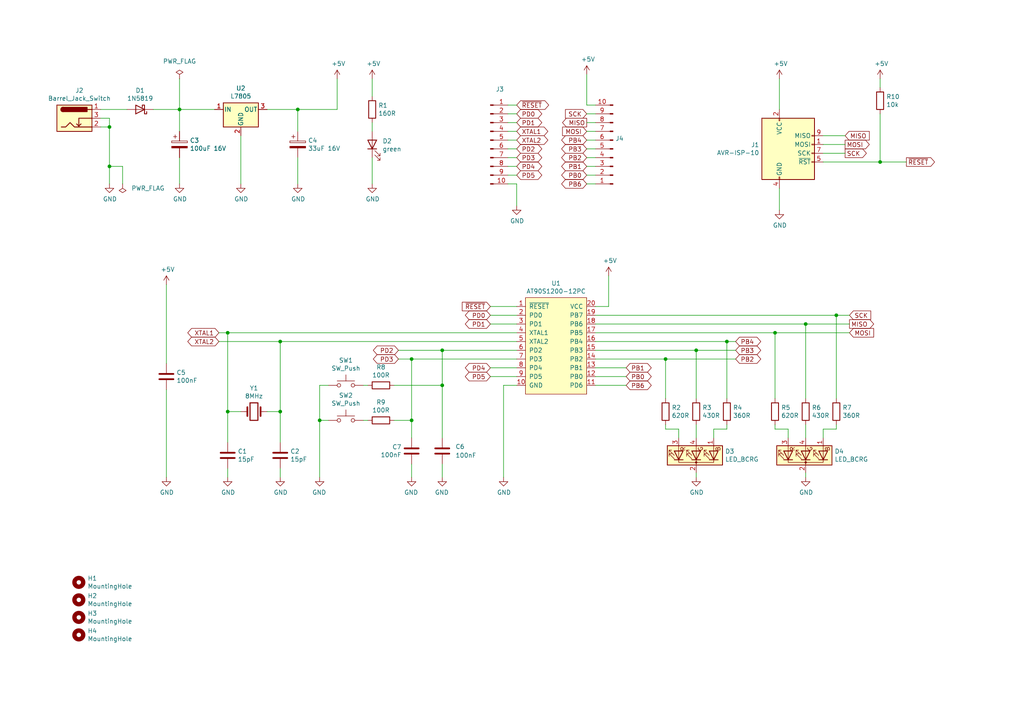
<source format=kicad_sch>
(kicad_sch (version 20230121) (generator eeschema)

  (uuid 1d9cdadc-9036-4a95-b6db-fa7b3b74c869)

  (paper "A4")

  (title_block
    (title "AT90S1200/AT90S2313 demo board")
    (date "2020-12-11")
    (rev "V1.0")
    (company "https://github.com/atoomnetmarc/AVR-demo-board/")
    (comment 1 "Apache License, Version 2.0")
  )

  (lib_symbols
    (symbol "Connector:AVR-ISP-10" (pin_names (offset 1.016)) (in_bom yes) (on_board yes)
      (property "Reference" "J" (at -6.35 11.43 0)
        (effects (font (size 1.27 1.27)) (justify left))
      )
      (property "Value" "AVR-ISP-10" (at 0 11.43 0)
        (effects (font (size 1.27 1.27)) (justify left))
      )
      (property "Footprint" "" (at -6.35 1.27 90)
        (effects (font (size 1.27 1.27)) hide)
      )
      (property "Datasheet" " ~" (at -32.385 -13.97 0)
        (effects (font (size 1.27 1.27)) hide)
      )
      (property "ki_keywords" "AVR ISP Connector" (at 0 0 0)
        (effects (font (size 1.27 1.27)) hide)
      )
      (property "ki_description" "Atmel 10-pin ISP connector" (at 0 0 0)
        (effects (font (size 1.27 1.27)) hide)
      )
      (property "ki_fp_filters" "IDC?Header*2x05* Pin?Header*2x05*" (at 0 0 0)
        (effects (font (size 1.27 1.27)) hide)
      )
      (symbol "AVR-ISP-10_0_1"
        (rectangle (start -2.667 -6.858) (end -2.413 -7.62)
          (stroke (width 0) (type default))
          (fill (type none))
        )
        (rectangle (start -2.667 10.16) (end -2.413 9.398)
          (stroke (width 0) (type default))
          (fill (type none))
        )
        (rectangle (start 7.62 -2.413) (end 6.858 -2.667)
          (stroke (width 0) (type default))
          (fill (type none))
        )
        (rectangle (start 7.62 0.127) (end 6.858 -0.127)
          (stroke (width 0) (type default))
          (fill (type none))
        )
        (rectangle (start 7.62 2.667) (end 6.858 2.413)
          (stroke (width 0) (type default))
          (fill (type none))
        )
        (rectangle (start 7.62 5.207) (end 6.858 4.953)
          (stroke (width 0) (type default))
          (fill (type none))
        )
        (rectangle (start 7.62 10.16) (end -7.62 -7.62)
          (stroke (width 0.254) (type default))
          (fill (type background))
        )
      )
      (symbol "AVR-ISP-10_1_1"
        (pin passive line (at 10.16 2.54 180) (length 2.54)
          (name "MOSI" (effects (font (size 1.27 1.27))))
          (number "1" (effects (font (size 1.27 1.27))))
        )
        (pin passive line (at -2.54 -10.16 90) (length 2.54) hide
          (name "GND" (effects (font (size 1.27 1.27))))
          (number "10" (effects (font (size 1.27 1.27))))
        )
        (pin passive line (at -2.54 12.7 270) (length 2.54)
          (name "VCC" (effects (font (size 1.27 1.27))))
          (number "2" (effects (font (size 1.27 1.27))))
        )
        (pin no_connect line (at 7.62 -5.08 180) (length 2.54) hide
          (name "NC" (effects (font (size 1.27 1.27))))
          (number "3" (effects (font (size 1.27 1.27))))
        )
        (pin passive line (at -2.54 -10.16 90) (length 2.54)
          (name "GND" (effects (font (size 1.27 1.27))))
          (number "4" (effects (font (size 1.27 1.27))))
        )
        (pin passive line (at 10.16 -2.54 180) (length 2.54)
          (name "~{RST}" (effects (font (size 1.27 1.27))))
          (number "5" (effects (font (size 1.27 1.27))))
        )
        (pin passive line (at -2.54 -10.16 90) (length 2.54) hide
          (name "GND" (effects (font (size 1.27 1.27))))
          (number "6" (effects (font (size 1.27 1.27))))
        )
        (pin passive line (at 10.16 0 180) (length 2.54)
          (name "SCK" (effects (font (size 1.27 1.27))))
          (number "7" (effects (font (size 1.27 1.27))))
        )
        (pin passive line (at -2.54 -10.16 90) (length 2.54) hide
          (name "GND" (effects (font (size 1.27 1.27))))
          (number "8" (effects (font (size 1.27 1.27))))
        )
        (pin passive line (at 10.16 5.08 180) (length 2.54)
          (name "MISO" (effects (font (size 1.27 1.27))))
          (number "9" (effects (font (size 1.27 1.27))))
        )
      )
    )
    (symbol "Connector:Barrel_Jack_Switch" (pin_names hide) (in_bom yes) (on_board yes)
      (property "Reference" "J" (at 0 5.334 0)
        (effects (font (size 1.27 1.27)))
      )
      (property "Value" "Barrel_Jack_Switch" (at 0 -5.08 0)
        (effects (font (size 1.27 1.27)))
      )
      (property "Footprint" "" (at 1.27 -1.016 0)
        (effects (font (size 1.27 1.27)) hide)
      )
      (property "Datasheet" "~" (at 1.27 -1.016 0)
        (effects (font (size 1.27 1.27)) hide)
      )
      (property "ki_keywords" "DC power barrel jack connector" (at 0 0 0)
        (effects (font (size 1.27 1.27)) hide)
      )
      (property "ki_description" "DC Barrel Jack with an internal switch" (at 0 0 0)
        (effects (font (size 1.27 1.27)) hide)
      )
      (property "ki_fp_filters" "BarrelJack*" (at 0 0 0)
        (effects (font (size 1.27 1.27)) hide)
      )
      (symbol "Barrel_Jack_Switch_0_1"
        (rectangle (start -5.08 3.81) (end 5.08 -3.81)
          (stroke (width 0.254) (type default))
          (fill (type background))
        )
        (arc (start -3.302 3.175) (mid -3.9343 2.54) (end -3.302 1.905)
          (stroke (width 0.254) (type default))
          (fill (type none))
        )
        (arc (start -3.302 3.175) (mid -3.9343 2.54) (end -3.302 1.905)
          (stroke (width 0.254) (type default))
          (fill (type outline))
        )
        (polyline
          (pts
            (xy 1.27 -2.286)
            (xy 1.905 -1.651)
          )
          (stroke (width 0.254) (type default))
          (fill (type none))
        )
        (polyline
          (pts
            (xy 5.08 2.54)
            (xy 3.81 2.54)
          )
          (stroke (width 0.254) (type default))
          (fill (type none))
        )
        (polyline
          (pts
            (xy 5.08 0)
            (xy 1.27 0)
            (xy 1.27 -2.286)
            (xy 0.635 -1.651)
          )
          (stroke (width 0.254) (type default))
          (fill (type none))
        )
        (polyline
          (pts
            (xy -3.81 -2.54)
            (xy -2.54 -2.54)
            (xy -1.27 -1.27)
            (xy 0 -2.54)
            (xy 2.54 -2.54)
            (xy 5.08 -2.54)
          )
          (stroke (width 0.254) (type default))
          (fill (type none))
        )
        (rectangle (start 3.683 3.175) (end -3.302 1.905)
          (stroke (width 0.254) (type default))
          (fill (type outline))
        )
      )
      (symbol "Barrel_Jack_Switch_1_1"
        (pin passive line (at 7.62 2.54 180) (length 2.54)
          (name "~" (effects (font (size 1.27 1.27))))
          (number "1" (effects (font (size 1.27 1.27))))
        )
        (pin passive line (at 7.62 -2.54 180) (length 2.54)
          (name "~" (effects (font (size 1.27 1.27))))
          (number "2" (effects (font (size 1.27 1.27))))
        )
        (pin passive line (at 7.62 0 180) (length 2.54)
          (name "~" (effects (font (size 1.27 1.27))))
          (number "3" (effects (font (size 1.27 1.27))))
        )
      )
    )
    (symbol "Connector:Conn_01x10_Pin" (pin_names (offset 1.016) hide) (in_bom yes) (on_board yes)
      (property "Reference" "J" (at 0 12.7 0)
        (effects (font (size 1.27 1.27)))
      )
      (property "Value" "Conn_01x10_Pin" (at 0 -15.24 0)
        (effects (font (size 1.27 1.27)))
      )
      (property "Footprint" "" (at 0 0 0)
        (effects (font (size 1.27 1.27)) hide)
      )
      (property "Datasheet" "~" (at 0 0 0)
        (effects (font (size 1.27 1.27)) hide)
      )
      (property "ki_locked" "" (at 0 0 0)
        (effects (font (size 1.27 1.27)))
      )
      (property "ki_keywords" "connector" (at 0 0 0)
        (effects (font (size 1.27 1.27)) hide)
      )
      (property "ki_description" "Generic connector, single row, 01x10, script generated" (at 0 0 0)
        (effects (font (size 1.27 1.27)) hide)
      )
      (property "ki_fp_filters" "Connector*:*_1x??_*" (at 0 0 0)
        (effects (font (size 1.27 1.27)) hide)
      )
      (symbol "Conn_01x10_Pin_1_1"
        (polyline
          (pts
            (xy 1.27 -12.7)
            (xy 0.8636 -12.7)
          )
          (stroke (width 0.1524) (type default))
          (fill (type none))
        )
        (polyline
          (pts
            (xy 1.27 -10.16)
            (xy 0.8636 -10.16)
          )
          (stroke (width 0.1524) (type default))
          (fill (type none))
        )
        (polyline
          (pts
            (xy 1.27 -7.62)
            (xy 0.8636 -7.62)
          )
          (stroke (width 0.1524) (type default))
          (fill (type none))
        )
        (polyline
          (pts
            (xy 1.27 -5.08)
            (xy 0.8636 -5.08)
          )
          (stroke (width 0.1524) (type default))
          (fill (type none))
        )
        (polyline
          (pts
            (xy 1.27 -2.54)
            (xy 0.8636 -2.54)
          )
          (stroke (width 0.1524) (type default))
          (fill (type none))
        )
        (polyline
          (pts
            (xy 1.27 0)
            (xy 0.8636 0)
          )
          (stroke (width 0.1524) (type default))
          (fill (type none))
        )
        (polyline
          (pts
            (xy 1.27 2.54)
            (xy 0.8636 2.54)
          )
          (stroke (width 0.1524) (type default))
          (fill (type none))
        )
        (polyline
          (pts
            (xy 1.27 5.08)
            (xy 0.8636 5.08)
          )
          (stroke (width 0.1524) (type default))
          (fill (type none))
        )
        (polyline
          (pts
            (xy 1.27 7.62)
            (xy 0.8636 7.62)
          )
          (stroke (width 0.1524) (type default))
          (fill (type none))
        )
        (polyline
          (pts
            (xy 1.27 10.16)
            (xy 0.8636 10.16)
          )
          (stroke (width 0.1524) (type default))
          (fill (type none))
        )
        (rectangle (start 0.8636 -12.573) (end 0 -12.827)
          (stroke (width 0.1524) (type default))
          (fill (type outline))
        )
        (rectangle (start 0.8636 -10.033) (end 0 -10.287)
          (stroke (width 0.1524) (type default))
          (fill (type outline))
        )
        (rectangle (start 0.8636 -7.493) (end 0 -7.747)
          (stroke (width 0.1524) (type default))
          (fill (type outline))
        )
        (rectangle (start 0.8636 -4.953) (end 0 -5.207)
          (stroke (width 0.1524) (type default))
          (fill (type outline))
        )
        (rectangle (start 0.8636 -2.413) (end 0 -2.667)
          (stroke (width 0.1524) (type default))
          (fill (type outline))
        )
        (rectangle (start 0.8636 0.127) (end 0 -0.127)
          (stroke (width 0.1524) (type default))
          (fill (type outline))
        )
        (rectangle (start 0.8636 2.667) (end 0 2.413)
          (stroke (width 0.1524) (type default))
          (fill (type outline))
        )
        (rectangle (start 0.8636 5.207) (end 0 4.953)
          (stroke (width 0.1524) (type default))
          (fill (type outline))
        )
        (rectangle (start 0.8636 7.747) (end 0 7.493)
          (stroke (width 0.1524) (type default))
          (fill (type outline))
        )
        (rectangle (start 0.8636 10.287) (end 0 10.033)
          (stroke (width 0.1524) (type default))
          (fill (type outline))
        )
        (pin passive line (at 5.08 10.16 180) (length 3.81)
          (name "Pin_1" (effects (font (size 1.27 1.27))))
          (number "1" (effects (font (size 1.27 1.27))))
        )
        (pin passive line (at 5.08 -12.7 180) (length 3.81)
          (name "Pin_10" (effects (font (size 1.27 1.27))))
          (number "10" (effects (font (size 1.27 1.27))))
        )
        (pin passive line (at 5.08 7.62 180) (length 3.81)
          (name "Pin_2" (effects (font (size 1.27 1.27))))
          (number "2" (effects (font (size 1.27 1.27))))
        )
        (pin passive line (at 5.08 5.08 180) (length 3.81)
          (name "Pin_3" (effects (font (size 1.27 1.27))))
          (number "3" (effects (font (size 1.27 1.27))))
        )
        (pin passive line (at 5.08 2.54 180) (length 3.81)
          (name "Pin_4" (effects (font (size 1.27 1.27))))
          (number "4" (effects (font (size 1.27 1.27))))
        )
        (pin passive line (at 5.08 0 180) (length 3.81)
          (name "Pin_5" (effects (font (size 1.27 1.27))))
          (number "5" (effects (font (size 1.27 1.27))))
        )
        (pin passive line (at 5.08 -2.54 180) (length 3.81)
          (name "Pin_6" (effects (font (size 1.27 1.27))))
          (number "6" (effects (font (size 1.27 1.27))))
        )
        (pin passive line (at 5.08 -5.08 180) (length 3.81)
          (name "Pin_7" (effects (font (size 1.27 1.27))))
          (number "7" (effects (font (size 1.27 1.27))))
        )
        (pin passive line (at 5.08 -7.62 180) (length 3.81)
          (name "Pin_8" (effects (font (size 1.27 1.27))))
          (number "8" (effects (font (size 1.27 1.27))))
        )
        (pin passive line (at 5.08 -10.16 180) (length 3.81)
          (name "Pin_9" (effects (font (size 1.27 1.27))))
          (number "9" (effects (font (size 1.27 1.27))))
        )
      )
    )
    (symbol "Device:C" (pin_numbers hide) (pin_names (offset 0.254)) (in_bom yes) (on_board yes)
      (property "Reference" "C" (at 0.635 2.54 0)
        (effects (font (size 1.27 1.27)) (justify left))
      )
      (property "Value" "C" (at 0.635 -2.54 0)
        (effects (font (size 1.27 1.27)) (justify left))
      )
      (property "Footprint" "" (at 0.9652 -3.81 0)
        (effects (font (size 1.27 1.27)) hide)
      )
      (property "Datasheet" "~" (at 0 0 0)
        (effects (font (size 1.27 1.27)) hide)
      )
      (property "ki_keywords" "cap capacitor" (at 0 0 0)
        (effects (font (size 1.27 1.27)) hide)
      )
      (property "ki_description" "Unpolarized capacitor" (at 0 0 0)
        (effects (font (size 1.27 1.27)) hide)
      )
      (property "ki_fp_filters" "C_*" (at 0 0 0)
        (effects (font (size 1.27 1.27)) hide)
      )
      (symbol "C_0_1"
        (polyline
          (pts
            (xy -2.032 -0.762)
            (xy 2.032 -0.762)
          )
          (stroke (width 0.508) (type default))
          (fill (type none))
        )
        (polyline
          (pts
            (xy -2.032 0.762)
            (xy 2.032 0.762)
          )
          (stroke (width 0.508) (type default))
          (fill (type none))
        )
      )
      (symbol "C_1_1"
        (pin passive line (at 0 3.81 270) (length 2.794)
          (name "~" (effects (font (size 1.27 1.27))))
          (number "1" (effects (font (size 1.27 1.27))))
        )
        (pin passive line (at 0 -3.81 90) (length 2.794)
          (name "~" (effects (font (size 1.27 1.27))))
          (number "2" (effects (font (size 1.27 1.27))))
        )
      )
    )
    (symbol "Device:C_Polarized" (pin_numbers hide) (pin_names (offset 0.254)) (in_bom yes) (on_board yes)
      (property "Reference" "C" (at 0.635 2.54 0)
        (effects (font (size 1.27 1.27)) (justify left))
      )
      (property "Value" "C_Polarized" (at 0.635 -2.54 0)
        (effects (font (size 1.27 1.27)) (justify left))
      )
      (property "Footprint" "" (at 0.9652 -3.81 0)
        (effects (font (size 1.27 1.27)) hide)
      )
      (property "Datasheet" "~" (at 0 0 0)
        (effects (font (size 1.27 1.27)) hide)
      )
      (property "ki_keywords" "cap capacitor" (at 0 0 0)
        (effects (font (size 1.27 1.27)) hide)
      )
      (property "ki_description" "Polarized capacitor" (at 0 0 0)
        (effects (font (size 1.27 1.27)) hide)
      )
      (property "ki_fp_filters" "CP_*" (at 0 0 0)
        (effects (font (size 1.27 1.27)) hide)
      )
      (symbol "C_Polarized_0_1"
        (rectangle (start -2.286 0.508) (end 2.286 1.016)
          (stroke (width 0) (type default))
          (fill (type none))
        )
        (polyline
          (pts
            (xy -1.778 2.286)
            (xy -0.762 2.286)
          )
          (stroke (width 0) (type default))
          (fill (type none))
        )
        (polyline
          (pts
            (xy -1.27 2.794)
            (xy -1.27 1.778)
          )
          (stroke (width 0) (type default))
          (fill (type none))
        )
        (rectangle (start 2.286 -0.508) (end -2.286 -1.016)
          (stroke (width 0) (type default))
          (fill (type outline))
        )
      )
      (symbol "C_Polarized_1_1"
        (pin passive line (at 0 3.81 270) (length 2.794)
          (name "~" (effects (font (size 1.27 1.27))))
          (number "1" (effects (font (size 1.27 1.27))))
        )
        (pin passive line (at 0 -3.81 90) (length 2.794)
          (name "~" (effects (font (size 1.27 1.27))))
          (number "2" (effects (font (size 1.27 1.27))))
        )
      )
    )
    (symbol "Device:Crystal" (pin_numbers hide) (pin_names (offset 1.016) hide) (in_bom yes) (on_board yes)
      (property "Reference" "Y" (at 0 3.81 0)
        (effects (font (size 1.27 1.27)))
      )
      (property "Value" "Crystal" (at 0 -3.81 0)
        (effects (font (size 1.27 1.27)))
      )
      (property "Footprint" "" (at 0 0 0)
        (effects (font (size 1.27 1.27)) hide)
      )
      (property "Datasheet" "~" (at 0 0 0)
        (effects (font (size 1.27 1.27)) hide)
      )
      (property "ki_keywords" "quartz ceramic resonator oscillator" (at 0 0 0)
        (effects (font (size 1.27 1.27)) hide)
      )
      (property "ki_description" "Two pin crystal" (at 0 0 0)
        (effects (font (size 1.27 1.27)) hide)
      )
      (property "ki_fp_filters" "Crystal*" (at 0 0 0)
        (effects (font (size 1.27 1.27)) hide)
      )
      (symbol "Crystal_0_1"
        (rectangle (start -1.143 2.54) (end 1.143 -2.54)
          (stroke (width 0.3048) (type default))
          (fill (type none))
        )
        (polyline
          (pts
            (xy -2.54 0)
            (xy -1.905 0)
          )
          (stroke (width 0) (type default))
          (fill (type none))
        )
        (polyline
          (pts
            (xy -1.905 -1.27)
            (xy -1.905 1.27)
          )
          (stroke (width 0.508) (type default))
          (fill (type none))
        )
        (polyline
          (pts
            (xy 1.905 -1.27)
            (xy 1.905 1.27)
          )
          (stroke (width 0.508) (type default))
          (fill (type none))
        )
        (polyline
          (pts
            (xy 2.54 0)
            (xy 1.905 0)
          )
          (stroke (width 0) (type default))
          (fill (type none))
        )
      )
      (symbol "Crystal_1_1"
        (pin passive line (at -3.81 0 0) (length 1.27)
          (name "1" (effects (font (size 1.27 1.27))))
          (number "1" (effects (font (size 1.27 1.27))))
        )
        (pin passive line (at 3.81 0 180) (length 1.27)
          (name "2" (effects (font (size 1.27 1.27))))
          (number "2" (effects (font (size 1.27 1.27))))
        )
      )
    )
    (symbol "Device:D_Schottky" (pin_numbers hide) (pin_names (offset 1.016) hide) (in_bom yes) (on_board yes)
      (property "Reference" "D" (at 0 2.54 0)
        (effects (font (size 1.27 1.27)))
      )
      (property "Value" "D_Schottky" (at 0 -2.54 0)
        (effects (font (size 1.27 1.27)))
      )
      (property "Footprint" "" (at 0 0 0)
        (effects (font (size 1.27 1.27)) hide)
      )
      (property "Datasheet" "~" (at 0 0 0)
        (effects (font (size 1.27 1.27)) hide)
      )
      (property "ki_keywords" "diode Schottky" (at 0 0 0)
        (effects (font (size 1.27 1.27)) hide)
      )
      (property "ki_description" "Schottky diode" (at 0 0 0)
        (effects (font (size 1.27 1.27)) hide)
      )
      (property "ki_fp_filters" "TO-???* *_Diode_* *SingleDiode* D_*" (at 0 0 0)
        (effects (font (size 1.27 1.27)) hide)
      )
      (symbol "D_Schottky_0_1"
        (polyline
          (pts
            (xy 1.27 0)
            (xy -1.27 0)
          )
          (stroke (width 0) (type default))
          (fill (type none))
        )
        (polyline
          (pts
            (xy 1.27 1.27)
            (xy 1.27 -1.27)
            (xy -1.27 0)
            (xy 1.27 1.27)
          )
          (stroke (width 0.254) (type default))
          (fill (type none))
        )
        (polyline
          (pts
            (xy -1.905 0.635)
            (xy -1.905 1.27)
            (xy -1.27 1.27)
            (xy -1.27 -1.27)
            (xy -0.635 -1.27)
            (xy -0.635 -0.635)
          )
          (stroke (width 0.254) (type default))
          (fill (type none))
        )
      )
      (symbol "D_Schottky_1_1"
        (pin passive line (at -3.81 0 0) (length 2.54)
          (name "K" (effects (font (size 1.27 1.27))))
          (number "1" (effects (font (size 1.27 1.27))))
        )
        (pin passive line (at 3.81 0 180) (length 2.54)
          (name "A" (effects (font (size 1.27 1.27))))
          (number "2" (effects (font (size 1.27 1.27))))
        )
      )
    )
    (symbol "Device:LED" (pin_numbers hide) (pin_names (offset 1.016) hide) (in_bom yes) (on_board yes)
      (property "Reference" "D" (at 0 2.54 0)
        (effects (font (size 1.27 1.27)))
      )
      (property "Value" "LED" (at 0 -2.54 0)
        (effects (font (size 1.27 1.27)))
      )
      (property "Footprint" "" (at 0 0 0)
        (effects (font (size 1.27 1.27)) hide)
      )
      (property "Datasheet" "~" (at 0 0 0)
        (effects (font (size 1.27 1.27)) hide)
      )
      (property "ki_keywords" "LED diode" (at 0 0 0)
        (effects (font (size 1.27 1.27)) hide)
      )
      (property "ki_description" "Light emitting diode" (at 0 0 0)
        (effects (font (size 1.27 1.27)) hide)
      )
      (property "ki_fp_filters" "LED* LED_SMD:* LED_THT:*" (at 0 0 0)
        (effects (font (size 1.27 1.27)) hide)
      )
      (symbol "LED_0_1"
        (polyline
          (pts
            (xy -1.27 -1.27)
            (xy -1.27 1.27)
          )
          (stroke (width 0.254) (type default))
          (fill (type none))
        )
        (polyline
          (pts
            (xy -1.27 0)
            (xy 1.27 0)
          )
          (stroke (width 0) (type default))
          (fill (type none))
        )
        (polyline
          (pts
            (xy 1.27 -1.27)
            (xy 1.27 1.27)
            (xy -1.27 0)
            (xy 1.27 -1.27)
          )
          (stroke (width 0.254) (type default))
          (fill (type none))
        )
        (polyline
          (pts
            (xy -3.048 -0.762)
            (xy -4.572 -2.286)
            (xy -3.81 -2.286)
            (xy -4.572 -2.286)
            (xy -4.572 -1.524)
          )
          (stroke (width 0) (type default))
          (fill (type none))
        )
        (polyline
          (pts
            (xy -1.778 -0.762)
            (xy -3.302 -2.286)
            (xy -2.54 -2.286)
            (xy -3.302 -2.286)
            (xy -3.302 -1.524)
          )
          (stroke (width 0) (type default))
          (fill (type none))
        )
      )
      (symbol "LED_1_1"
        (pin passive line (at -3.81 0 0) (length 2.54)
          (name "K" (effects (font (size 1.27 1.27))))
          (number "1" (effects (font (size 1.27 1.27))))
        )
        (pin passive line (at 3.81 0 180) (length 2.54)
          (name "A" (effects (font (size 1.27 1.27))))
          (number "2" (effects (font (size 1.27 1.27))))
        )
      )
    )
    (symbol "Device:LED_BKRG" (pin_names (offset 0) hide) (in_bom yes) (on_board yes)
      (property "Reference" "D" (at 0 9.398 0)
        (effects (font (size 1.27 1.27)))
      )
      (property "Value" "LED_BKRG" (at 0 -8.89 0)
        (effects (font (size 1.27 1.27)))
      )
      (property "Footprint" "" (at 0 -1.27 0)
        (effects (font (size 1.27 1.27)) hide)
      )
      (property "Datasheet" "~" (at 0 -1.27 0)
        (effects (font (size 1.27 1.27)) hide)
      )
      (property "ki_keywords" "LED RGB diode" (at 0 0 0)
        (effects (font (size 1.27 1.27)) hide)
      )
      (property "ki_description" "RGB LED, blue/cathode/red/green" (at 0 0 0)
        (effects (font (size 1.27 1.27)) hide)
      )
      (property "ki_fp_filters" "LED* LED_SMD:* LED_THT:*" (at 0 0 0)
        (effects (font (size 1.27 1.27)) hide)
      )
      (symbol "LED_BKRG_0_0"
        (text "B" (at 1.905 -6.35 0)
          (effects (font (size 1.27 1.27)))
        )
        (text "G" (at 1.905 -1.27 0)
          (effects (font (size 1.27 1.27)))
        )
        (text "R" (at 1.905 3.81 0)
          (effects (font (size 1.27 1.27)))
        )
      )
      (symbol "LED_BKRG_0_1"
        (circle (center -2.032 0) (radius 0.254)
          (stroke (width 0) (type default))
          (fill (type outline))
        )
        (polyline
          (pts
            (xy -1.27 -5.08)
            (xy 1.27 -5.08)
          )
          (stroke (width 0) (type default))
          (fill (type none))
        )
        (polyline
          (pts
            (xy -1.27 -3.81)
            (xy -1.27 -6.35)
          )
          (stroke (width 0.254) (type default))
          (fill (type none))
        )
        (polyline
          (pts
            (xy -1.27 0)
            (xy -2.54 0)
          )
          (stroke (width 0) (type default))
          (fill (type none))
        )
        (polyline
          (pts
            (xy -1.27 1.27)
            (xy -1.27 -1.27)
          )
          (stroke (width 0.254) (type default))
          (fill (type none))
        )
        (polyline
          (pts
            (xy -1.27 5.08)
            (xy 1.27 5.08)
          )
          (stroke (width 0) (type default))
          (fill (type none))
        )
        (polyline
          (pts
            (xy -1.27 6.35)
            (xy -1.27 3.81)
          )
          (stroke (width 0.254) (type default))
          (fill (type none))
        )
        (polyline
          (pts
            (xy 1.27 -5.08)
            (xy 2.54 -5.08)
          )
          (stroke (width 0) (type default))
          (fill (type none))
        )
        (polyline
          (pts
            (xy 1.27 0)
            (xy -1.27 0)
          )
          (stroke (width 0) (type default))
          (fill (type none))
        )
        (polyline
          (pts
            (xy 1.27 0)
            (xy 2.54 0)
          )
          (stroke (width 0) (type default))
          (fill (type none))
        )
        (polyline
          (pts
            (xy 1.27 5.08)
            (xy 2.54 5.08)
          )
          (stroke (width 0) (type default))
          (fill (type none))
        )
        (polyline
          (pts
            (xy -1.27 1.27)
            (xy -1.27 -1.27)
            (xy -1.27 -1.27)
          )
          (stroke (width 0) (type default))
          (fill (type none))
        )
        (polyline
          (pts
            (xy -1.27 6.35)
            (xy -1.27 3.81)
            (xy -1.27 3.81)
          )
          (stroke (width 0) (type default))
          (fill (type none))
        )
        (polyline
          (pts
            (xy -1.27 5.08)
            (xy -2.032 5.08)
            (xy -2.032 -5.08)
            (xy -1.016 -5.08)
          )
          (stroke (width 0) (type default))
          (fill (type none))
        )
        (polyline
          (pts
            (xy 1.27 -3.81)
            (xy 1.27 -6.35)
            (xy -1.27 -5.08)
            (xy 1.27 -3.81)
          )
          (stroke (width 0.254) (type default))
          (fill (type none))
        )
        (polyline
          (pts
            (xy 1.27 1.27)
            (xy 1.27 -1.27)
            (xy -1.27 0)
            (xy 1.27 1.27)
          )
          (stroke (width 0.254) (type default))
          (fill (type none))
        )
        (polyline
          (pts
            (xy 1.27 6.35)
            (xy 1.27 3.81)
            (xy -1.27 5.08)
            (xy 1.27 6.35)
          )
          (stroke (width 0.254) (type default))
          (fill (type none))
        )
        (polyline
          (pts
            (xy -1.016 -3.81)
            (xy 0.508 -2.286)
            (xy -0.254 -2.286)
            (xy 0.508 -2.286)
            (xy 0.508 -3.048)
          )
          (stroke (width 0) (type default))
          (fill (type none))
        )
        (polyline
          (pts
            (xy -1.016 1.27)
            (xy 0.508 2.794)
            (xy -0.254 2.794)
            (xy 0.508 2.794)
            (xy 0.508 2.032)
          )
          (stroke (width 0) (type default))
          (fill (type none))
        )
        (polyline
          (pts
            (xy -1.016 6.35)
            (xy 0.508 7.874)
            (xy -0.254 7.874)
            (xy 0.508 7.874)
            (xy 0.508 7.112)
          )
          (stroke (width 0) (type default))
          (fill (type none))
        )
        (polyline
          (pts
            (xy 0 -3.81)
            (xy 1.524 -2.286)
            (xy 0.762 -2.286)
            (xy 1.524 -2.286)
            (xy 1.524 -3.048)
          )
          (stroke (width 0) (type default))
          (fill (type none))
        )
        (polyline
          (pts
            (xy 0 1.27)
            (xy 1.524 2.794)
            (xy 0.762 2.794)
            (xy 1.524 2.794)
            (xy 1.524 2.032)
          )
          (stroke (width 0) (type default))
          (fill (type none))
        )
        (polyline
          (pts
            (xy 0 6.35)
            (xy 1.524 7.874)
            (xy 0.762 7.874)
            (xy 1.524 7.874)
            (xy 1.524 7.112)
          )
          (stroke (width 0) (type default))
          (fill (type none))
        )
        (rectangle (start 1.27 -1.27) (end 1.27 1.27)
          (stroke (width 0) (type default))
          (fill (type none))
        )
        (rectangle (start 1.27 1.27) (end 1.27 1.27)
          (stroke (width 0) (type default))
          (fill (type none))
        )
        (rectangle (start 1.27 3.81) (end 1.27 6.35)
          (stroke (width 0) (type default))
          (fill (type none))
        )
        (rectangle (start 1.27 6.35) (end 1.27 6.35)
          (stroke (width 0) (type default))
          (fill (type none))
        )
        (rectangle (start 2.794 8.382) (end -2.794 -7.62)
          (stroke (width 0.254) (type default))
          (fill (type background))
        )
      )
      (symbol "LED_BKRG_1_1"
        (pin passive line (at 5.08 -5.08 180) (length 2.54)
          (name "BA" (effects (font (size 1.27 1.27))))
          (number "1" (effects (font (size 1.27 1.27))))
        )
        (pin passive line (at -5.08 0 0) (length 2.54)
          (name "K" (effects (font (size 1.27 1.27))))
          (number "2" (effects (font (size 1.27 1.27))))
        )
        (pin passive line (at 5.08 5.08 180) (length 2.54)
          (name "RA" (effects (font (size 1.27 1.27))))
          (number "3" (effects (font (size 1.27 1.27))))
        )
        (pin passive line (at 5.08 0 180) (length 2.54)
          (name "GA" (effects (font (size 1.27 1.27))))
          (number "4" (effects (font (size 1.27 1.27))))
        )
      )
    )
    (symbol "Device:R" (pin_numbers hide) (pin_names (offset 0)) (in_bom yes) (on_board yes)
      (property "Reference" "R" (at 2.032 0 90)
        (effects (font (size 1.27 1.27)))
      )
      (property "Value" "R" (at 0 0 90)
        (effects (font (size 1.27 1.27)))
      )
      (property "Footprint" "" (at -1.778 0 90)
        (effects (font (size 1.27 1.27)) hide)
      )
      (property "Datasheet" "~" (at 0 0 0)
        (effects (font (size 1.27 1.27)) hide)
      )
      (property "ki_keywords" "R res resistor" (at 0 0 0)
        (effects (font (size 1.27 1.27)) hide)
      )
      (property "ki_description" "Resistor" (at 0 0 0)
        (effects (font (size 1.27 1.27)) hide)
      )
      (property "ki_fp_filters" "R_*" (at 0 0 0)
        (effects (font (size 1.27 1.27)) hide)
      )
      (symbol "R_0_1"
        (rectangle (start -1.016 -2.54) (end 1.016 2.54)
          (stroke (width 0.254) (type default))
          (fill (type none))
        )
      )
      (symbol "R_1_1"
        (pin passive line (at 0 3.81 270) (length 1.27)
          (name "~" (effects (font (size 1.27 1.27))))
          (number "1" (effects (font (size 1.27 1.27))))
        )
        (pin passive line (at 0 -3.81 90) (length 1.27)
          (name "~" (effects (font (size 1.27 1.27))))
          (number "2" (effects (font (size 1.27 1.27))))
        )
      )
    )
    (symbol "MCU_Microchip_AVR-extra:AT90S1200" (pin_names (offset 1.016)) (in_bom yes) (on_board yes)
      (property "Reference" "U" (at -7.62 15.24 0)
        (effects (font (size 1.27 1.27)))
      )
      (property "Value" "AT90S1200" (at -3.81 -15.24 0)
        (effects (font (size 1.27 1.27)))
      )
      (property "Footprint" "Package_DIP:DIP-20_W7.62mm_Socket_LongPads" (at 0 -17.78 0)
        (effects (font (size 1.27 1.27)) hide)
      )
      (property "Datasheet" "" (at 1.27 3.81 0)
        (effects (font (size 1.27 1.27)) hide)
      )
      (symbol "AT90S1200_0_1"
        (rectangle (start -8.89 13.97) (end 8.89 -13.97)
          (stroke (width 0) (type default))
          (fill (type background))
        )
      )
      (symbol "AT90S1200_1_1"
        (pin input line (at -11.43 11.43 0) (length 2.54)
          (name "~{RESET}" (effects (font (size 1.27 1.27))))
          (number "1" (effects (font (size 1.27 1.27))))
        )
        (pin power_in line (at -11.43 -11.43 0) (length 2.54)
          (name "GND" (effects (font (size 1.27 1.27))))
          (number "10" (effects (font (size 1.27 1.27))))
        )
        (pin input line (at 11.43 -11.43 180) (length 2.54)
          (name "PD6" (effects (font (size 1.27 1.27))))
          (number "11" (effects (font (size 1.27 1.27))))
        )
        (pin input line (at 11.43 -8.89 180) (length 2.54)
          (name "PB0" (effects (font (size 1.27 1.27))))
          (number "12" (effects (font (size 1.27 1.27))))
        )
        (pin input line (at 11.43 -6.35 180) (length 2.54)
          (name "PB1" (effects (font (size 1.27 1.27))))
          (number "13" (effects (font (size 1.27 1.27))))
        )
        (pin input line (at 11.43 -3.81 180) (length 2.54)
          (name "PB2" (effects (font (size 1.27 1.27))))
          (number "14" (effects (font (size 1.27 1.27))))
        )
        (pin input line (at 11.43 -1.27 180) (length 2.54)
          (name "PB3" (effects (font (size 1.27 1.27))))
          (number "15" (effects (font (size 1.27 1.27))))
        )
        (pin input line (at 11.43 1.27 180) (length 2.54)
          (name "PB4" (effects (font (size 1.27 1.27))))
          (number "16" (effects (font (size 1.27 1.27))))
        )
        (pin input line (at 11.43 3.81 180) (length 2.54)
          (name "PB5" (effects (font (size 1.27 1.27))))
          (number "17" (effects (font (size 1.27 1.27))))
        )
        (pin input line (at 11.43 6.35 180) (length 2.54)
          (name "PB6" (effects (font (size 1.27 1.27))))
          (number "18" (effects (font (size 1.27 1.27))))
        )
        (pin input line (at 11.43 8.89 180) (length 2.54)
          (name "PB7" (effects (font (size 1.27 1.27))))
          (number "19" (effects (font (size 1.27 1.27))))
        )
        (pin input line (at -11.43 8.89 0) (length 2.54)
          (name "PD0" (effects (font (size 1.27 1.27))))
          (number "2" (effects (font (size 1.27 1.27))))
        )
        (pin power_in line (at 11.43 11.43 180) (length 2.54)
          (name "VCC" (effects (font (size 1.27 1.27))))
          (number "20" (effects (font (size 1.27 1.27))))
        )
        (pin input line (at -11.43 6.35 0) (length 2.54)
          (name "PD1" (effects (font (size 1.27 1.27))))
          (number "3" (effects (font (size 1.27 1.27))))
        )
        (pin input line (at -11.43 3.81 0) (length 2.54)
          (name "XTAL1" (effects (font (size 1.27 1.27))))
          (number "4" (effects (font (size 1.27 1.27))))
        )
        (pin input line (at -11.43 1.27 0) (length 2.54)
          (name "XTAL2" (effects (font (size 1.27 1.27))))
          (number "5" (effects (font (size 1.27 1.27))))
        )
        (pin input line (at -11.43 -1.27 0) (length 2.54)
          (name "PD2" (effects (font (size 1.27 1.27))))
          (number "6" (effects (font (size 1.27 1.27))))
        )
        (pin input line (at -11.43 -3.81 0) (length 2.54)
          (name "PD3" (effects (font (size 1.27 1.27))))
          (number "7" (effects (font (size 1.27 1.27))))
        )
        (pin input line (at -11.43 -6.35 0) (length 2.54)
          (name "PD4" (effects (font (size 1.27 1.27))))
          (number "8" (effects (font (size 1.27 1.27))))
        )
        (pin input line (at -11.43 -8.89 0) (length 2.54)
          (name "PD5" (effects (font (size 1.27 1.27))))
          (number "9" (effects (font (size 1.27 1.27))))
        )
      )
    )
    (symbol "Mechanical:MountingHole" (pin_names (offset 1.016)) (in_bom yes) (on_board yes)
      (property "Reference" "H" (at 0 5.08 0)
        (effects (font (size 1.27 1.27)))
      )
      (property "Value" "MountingHole" (at 0 3.175 0)
        (effects (font (size 1.27 1.27)))
      )
      (property "Footprint" "" (at 0 0 0)
        (effects (font (size 1.27 1.27)) hide)
      )
      (property "Datasheet" "~" (at 0 0 0)
        (effects (font (size 1.27 1.27)) hide)
      )
      (property "ki_keywords" "mounting hole" (at 0 0 0)
        (effects (font (size 1.27 1.27)) hide)
      )
      (property "ki_description" "Mounting Hole without connection" (at 0 0 0)
        (effects (font (size 1.27 1.27)) hide)
      )
      (property "ki_fp_filters" "MountingHole*" (at 0 0 0)
        (effects (font (size 1.27 1.27)) hide)
      )
      (symbol "MountingHole_0_1"
        (circle (center 0 0) (radius 1.27)
          (stroke (width 1.27) (type default))
          (fill (type none))
        )
      )
    )
    (symbol "Regulator_Linear:L7805" (pin_names (offset 0.254)) (in_bom yes) (on_board yes)
      (property "Reference" "U" (at -3.81 3.175 0)
        (effects (font (size 1.27 1.27)))
      )
      (property "Value" "L7805" (at 0 3.175 0)
        (effects (font (size 1.27 1.27)) (justify left))
      )
      (property "Footprint" "" (at 0.635 -3.81 0)
        (effects (font (size 1.27 1.27) italic) (justify left) hide)
      )
      (property "Datasheet" "http://www.st.com/content/ccc/resource/technical/document/datasheet/41/4f/b3/b0/12/d4/47/88/CD00000444.pdf/files/CD00000444.pdf/jcr:content/translations/en.CD00000444.pdf" (at 0 -1.27 0)
        (effects (font (size 1.27 1.27)) hide)
      )
      (property "ki_keywords" "Voltage Regulator 1.5A Positive" (at 0 0 0)
        (effects (font (size 1.27 1.27)) hide)
      )
      (property "ki_description" "Positive 1.5A 35V Linear Regulator, Fixed Output 5V, TO-220/TO-263/TO-252" (at 0 0 0)
        (effects (font (size 1.27 1.27)) hide)
      )
      (property "ki_fp_filters" "TO?252* TO?263* TO?220*" (at 0 0 0)
        (effects (font (size 1.27 1.27)) hide)
      )
      (symbol "L7805_0_1"
        (rectangle (start -5.08 1.905) (end 5.08 -5.08)
          (stroke (width 0.254) (type default))
          (fill (type background))
        )
      )
      (symbol "L7805_1_1"
        (pin power_in line (at -7.62 0 0) (length 2.54)
          (name "IN" (effects (font (size 1.27 1.27))))
          (number "1" (effects (font (size 1.27 1.27))))
        )
        (pin power_in line (at 0 -7.62 90) (length 2.54)
          (name "GND" (effects (font (size 1.27 1.27))))
          (number "2" (effects (font (size 1.27 1.27))))
        )
        (pin power_out line (at 7.62 0 180) (length 2.54)
          (name "OUT" (effects (font (size 1.27 1.27))))
          (number "3" (effects (font (size 1.27 1.27))))
        )
      )
    )
    (symbol "Switch:SW_Push" (pin_numbers hide) (pin_names (offset 1.016) hide) (in_bom yes) (on_board yes)
      (property "Reference" "SW" (at 1.27 2.54 0)
        (effects (font (size 1.27 1.27)) (justify left))
      )
      (property "Value" "SW_Push" (at 0 -1.524 0)
        (effects (font (size 1.27 1.27)))
      )
      (property "Footprint" "" (at 0 5.08 0)
        (effects (font (size 1.27 1.27)) hide)
      )
      (property "Datasheet" "~" (at 0 5.08 0)
        (effects (font (size 1.27 1.27)) hide)
      )
      (property "ki_keywords" "switch normally-open pushbutton push-button" (at 0 0 0)
        (effects (font (size 1.27 1.27)) hide)
      )
      (property "ki_description" "Push button switch, generic, two pins" (at 0 0 0)
        (effects (font (size 1.27 1.27)) hide)
      )
      (symbol "SW_Push_0_1"
        (circle (center -2.032 0) (radius 0.508)
          (stroke (width 0) (type default))
          (fill (type none))
        )
        (polyline
          (pts
            (xy 0 1.27)
            (xy 0 3.048)
          )
          (stroke (width 0) (type default))
          (fill (type none))
        )
        (polyline
          (pts
            (xy 2.54 1.27)
            (xy -2.54 1.27)
          )
          (stroke (width 0) (type default))
          (fill (type none))
        )
        (circle (center 2.032 0) (radius 0.508)
          (stroke (width 0) (type default))
          (fill (type none))
        )
        (pin passive line (at -5.08 0 0) (length 2.54)
          (name "1" (effects (font (size 1.27 1.27))))
          (number "1" (effects (font (size 1.27 1.27))))
        )
        (pin passive line (at 5.08 0 180) (length 2.54)
          (name "2" (effects (font (size 1.27 1.27))))
          (number "2" (effects (font (size 1.27 1.27))))
        )
      )
    )
    (symbol "power:+5V" (power) (pin_names (offset 0)) (in_bom yes) (on_board yes)
      (property "Reference" "#PWR" (at 0 -3.81 0)
        (effects (font (size 1.27 1.27)) hide)
      )
      (property "Value" "+5V" (at 0 3.556 0)
        (effects (font (size 1.27 1.27)))
      )
      (property "Footprint" "" (at 0 0 0)
        (effects (font (size 1.27 1.27)) hide)
      )
      (property "Datasheet" "" (at 0 0 0)
        (effects (font (size 1.27 1.27)) hide)
      )
      (property "ki_keywords" "global power" (at 0 0 0)
        (effects (font (size 1.27 1.27)) hide)
      )
      (property "ki_description" "Power symbol creates a global label with name \"+5V\"" (at 0 0 0)
        (effects (font (size 1.27 1.27)) hide)
      )
      (symbol "+5V_0_1"
        (polyline
          (pts
            (xy -0.762 1.27)
            (xy 0 2.54)
          )
          (stroke (width 0) (type default))
          (fill (type none))
        )
        (polyline
          (pts
            (xy 0 0)
            (xy 0 2.54)
          )
          (stroke (width 0) (type default))
          (fill (type none))
        )
        (polyline
          (pts
            (xy 0 2.54)
            (xy 0.762 1.27)
          )
          (stroke (width 0) (type default))
          (fill (type none))
        )
      )
      (symbol "+5V_1_1"
        (pin power_in line (at 0 0 90) (length 0) hide
          (name "+5V" (effects (font (size 1.27 1.27))))
          (number "1" (effects (font (size 1.27 1.27))))
        )
      )
    )
    (symbol "power:GND" (power) (pin_names (offset 0)) (in_bom yes) (on_board yes)
      (property "Reference" "#PWR" (at 0 -6.35 0)
        (effects (font (size 1.27 1.27)) hide)
      )
      (property "Value" "GND" (at 0 -3.81 0)
        (effects (font (size 1.27 1.27)))
      )
      (property "Footprint" "" (at 0 0 0)
        (effects (font (size 1.27 1.27)) hide)
      )
      (property "Datasheet" "" (at 0 0 0)
        (effects (font (size 1.27 1.27)) hide)
      )
      (property "ki_keywords" "global power" (at 0 0 0)
        (effects (font (size 1.27 1.27)) hide)
      )
      (property "ki_description" "Power symbol creates a global label with name \"GND\" , ground" (at 0 0 0)
        (effects (font (size 1.27 1.27)) hide)
      )
      (symbol "GND_0_1"
        (polyline
          (pts
            (xy 0 0)
            (xy 0 -1.27)
            (xy 1.27 -1.27)
            (xy 0 -2.54)
            (xy -1.27 -1.27)
            (xy 0 -1.27)
          )
          (stroke (width 0) (type default))
          (fill (type none))
        )
      )
      (symbol "GND_1_1"
        (pin power_in line (at 0 0 270) (length 0) hide
          (name "GND" (effects (font (size 1.27 1.27))))
          (number "1" (effects (font (size 1.27 1.27))))
        )
      )
    )
    (symbol "power:PWR_FLAG" (power) (pin_numbers hide) (pin_names (offset 0) hide) (in_bom yes) (on_board yes)
      (property "Reference" "#FLG" (at 0 1.905 0)
        (effects (font (size 1.27 1.27)) hide)
      )
      (property "Value" "PWR_FLAG" (at 0 3.81 0)
        (effects (font (size 1.27 1.27)))
      )
      (property "Footprint" "" (at 0 0 0)
        (effects (font (size 1.27 1.27)) hide)
      )
      (property "Datasheet" "~" (at 0 0 0)
        (effects (font (size 1.27 1.27)) hide)
      )
      (property "ki_keywords" "flag power" (at 0 0 0)
        (effects (font (size 1.27 1.27)) hide)
      )
      (property "ki_description" "Special symbol for telling ERC where power comes from" (at 0 0 0)
        (effects (font (size 1.27 1.27)) hide)
      )
      (symbol "PWR_FLAG_0_0"
        (pin power_out line (at 0 0 90) (length 0)
          (name "pwr" (effects (font (size 1.27 1.27))))
          (number "1" (effects (font (size 1.27 1.27))))
        )
      )
      (symbol "PWR_FLAG_0_1"
        (polyline
          (pts
            (xy 0 0)
            (xy 0 1.27)
            (xy -1.016 1.905)
            (xy 0 2.54)
            (xy 1.016 1.905)
            (xy 0 1.27)
          )
          (stroke (width 0) (type default))
          (fill (type none))
        )
      )
    )
  )

  (junction (at 92.71 121.92) (diameter 0) (color 0 0 0 0)
    (uuid 0fd35a3e-b394-4aae-875a-fac843f9cbb7)
  )
  (junction (at 255.27 46.99) (diameter 0) (color 0 0 0 0)
    (uuid 1bdd5841-68b7-42e2-9447-cbdb608d8a08)
  )
  (junction (at 52.07 31.75) (diameter 0) (color 0 0 0 0)
    (uuid 41acfe41-fac7-432a-a7a3-946566e2d504)
  )
  (junction (at 233.68 93.98) (diameter 0) (color 0 0 0 0)
    (uuid 474ccbc5-0810-421b-a388-34bb6c08816b)
  )
  (junction (at 128.27 111.76) (diameter 0) (color 0 0 0 0)
    (uuid 47b0064d-cc5b-449c-9d89-5433a336bc3e)
  )
  (junction (at 119.38 121.92) (diameter 0) (color 0 0 0 0)
    (uuid 5ab41beb-703d-492e-adb7-b6ab91112e98)
  )
  (junction (at 193.04 104.14) (diameter 0) (color 0 0 0 0)
    (uuid 642bcd1d-2a4a-4bad-9544-a0d0f8720f67)
  )
  (junction (at 242.57 91.44) (diameter 0) (color 0 0 0 0)
    (uuid 7e47c596-26fd-4863-8b66-1f547269ef55)
  )
  (junction (at 119.38 104.14) (diameter 0) (color 0 0 0 0)
    (uuid 85be06e7-36cd-4b3a-a53b-6591ee54c4d1)
  )
  (junction (at 128.27 101.6) (diameter 0) (color 0 0 0 0)
    (uuid 9d6328c5-93ad-4b65-9620-302c2588af69)
  )
  (junction (at 81.28 119.38) (diameter 0) (color 0 0 0 0)
    (uuid a7531a95-7ca1-4f34-955e-18120cec99e6)
  )
  (junction (at 66.04 96.52) (diameter 0) (color 0 0 0 0)
    (uuid aeb41563-daf9-4403-aa77-ced01bed9974)
  )
  (junction (at 210.82 99.06) (diameter 0) (color 0 0 0 0)
    (uuid bb027325-537e-49ff-9613-488f5d73f99b)
  )
  (junction (at 201.93 101.6) (diameter 0) (color 0 0 0 0)
    (uuid cac55fd6-79d5-47c1-876c-69216e08d8b2)
  )
  (junction (at 224.79 96.52) (diameter 0) (color 0 0 0 0)
    (uuid d0ca6a3d-d09d-417b-8278-36f8fbd109a0)
  )
  (junction (at 31.75 36.83) (diameter 0) (color 0 0 0 0)
    (uuid d0d2eee9-31f6-44fa-8149-ebb4dc2dc0dc)
  )
  (junction (at 66.04 119.38) (diameter 0) (color 0 0 0 0)
    (uuid d21cc5e4-177a-4e1d-a8d5-060ed33e5b8e)
  )
  (junction (at 81.28 99.06) (diameter 0) (color 0 0 0 0)
    (uuid d92e4fc2-9b0d-4b8f-9d66-51ab66eb9689)
  )
  (junction (at 86.36 31.75) (diameter 0) (color 0 0 0 0)
    (uuid e472dac4-5b65-4920-b8b2-6065d140a69d)
  )
  (junction (at 31.75 48.26) (diameter 0) (color 0 0 0 0)
    (uuid f1f141bc-5fdf-4760-854d-e19e96782ed4)
  )

  (wire (pts (xy 255.27 25.4) (xy 255.27 22.86))
    (stroke (width 0) (type default))
    (uuid 008da5b9-6f95-4113-b7d0-d93ac62efd33)
  )
  (wire (pts (xy 170.18 53.34) (xy 172.72 53.34))
    (stroke (width 0) (type default))
    (uuid 009a4fb4-fcc0-4623-ae5d-c1bae3219583)
  )
  (wire (pts (xy 172.72 101.6) (xy 201.93 101.6))
    (stroke (width 0) (type default))
    (uuid 03c7f780-fc1b-487a-b30d-567d6c09fdc8)
  )
  (wire (pts (xy 238.76 46.99) (xy 255.27 46.99))
    (stroke (width 0) (type default))
    (uuid 04cf2f2c-74bf-400d-b4f6-201720df00ed)
  )
  (wire (pts (xy 224.79 96.52) (xy 246.38 96.52))
    (stroke (width 0) (type default))
    (uuid 05e43710-1563-45f4-9e2b-c85f5fd7c864)
  )
  (wire (pts (xy 147.32 45.72) (xy 149.86 45.72))
    (stroke (width 0) (type default))
    (uuid 071522c0-d0ed-49b9-906e-6295f67fb0dc)
  )
  (wire (pts (xy 29.21 34.29) (xy 31.75 34.29))
    (stroke (width 0) (type default))
    (uuid 099096e4-8c2a-4d84-a16f-06b4b6330e7a)
  )
  (wire (pts (xy 146.05 111.76) (xy 149.86 111.76))
    (stroke (width 0) (type default))
    (uuid 0f324b67-75ef-407f-8dbc-3c1fc5c2abba)
  )
  (wire (pts (xy 172.72 111.76) (xy 181.61 111.76))
    (stroke (width 0) (type default))
    (uuid 0fdc6f30-77bc-4e9b-8665-c8aa9acf5bf9)
  )
  (wire (pts (xy 226.06 60.96) (xy 226.06 54.61))
    (stroke (width 0) (type default))
    (uuid 13c0ff76-ed71-4cd9-abb0-92c376825d5d)
  )
  (wire (pts (xy 233.68 123.19) (xy 233.68 127))
    (stroke (width 0) (type default))
    (uuid 180245d9-4a3f-4d1b-adcc-b4eafac722e0)
  )
  (wire (pts (xy 242.57 91.44) (xy 246.38 91.44))
    (stroke (width 0) (type default))
    (uuid 18397be4-cc96-4e92-af8b-ecf6451ebf40)
  )
  (wire (pts (xy 31.75 48.26) (xy 31.75 53.34))
    (stroke (width 0) (type default))
    (uuid 1b7d69f4-bfef-44ea-a4e5-a27feef28d93)
  )
  (wire (pts (xy 29.21 31.75) (xy 36.83 31.75))
    (stroke (width 0) (type default))
    (uuid 1e518c2a-4cb7-4599-a1fa-5b9f847da7d3)
  )
  (wire (pts (xy 176.53 88.9) (xy 176.53 80.01))
    (stroke (width 0) (type default))
    (uuid 1e8701fc-ad24-40ea-846a-e3db538d6077)
  )
  (wire (pts (xy 81.28 128.27) (xy 81.28 119.38))
    (stroke (width 0) (type default))
    (uuid 1f3918bb-0424-434a-b893-d29e6d06d84d)
  )
  (wire (pts (xy 142.24 91.44) (xy 149.86 91.44))
    (stroke (width 0) (type default))
    (uuid 1f8b2c0c-b042-4e2e-80f6-4959a27b238f)
  )
  (wire (pts (xy 147.32 30.48) (xy 149.86 30.48))
    (stroke (width 0) (type default))
    (uuid 20cca02e-4c4d-4961-b6b4-b40a1731b220)
  )
  (wire (pts (xy 201.93 138.43) (xy 201.93 137.16))
    (stroke (width 0) (type default))
    (uuid 221bef83-3ea7-4d3f-adeb-53a8a07c6273)
  )
  (wire (pts (xy 147.32 48.26) (xy 149.86 48.26))
    (stroke (width 0) (type default))
    (uuid 2846428d-39de-4eae-8ce2-64955d56c493)
  )
  (wire (pts (xy 107.95 35.56) (xy 107.95 38.1))
    (stroke (width 0) (type default))
    (uuid 2891767f-251c-48c4-91c0-deb1b368f45c)
  )
  (wire (pts (xy 238.76 124.46) (xy 242.57 124.46))
    (stroke (width 0) (type default))
    (uuid 28e37b45-f843-47c2-85c9-ca19f5430ece)
  )
  (wire (pts (xy 128.27 101.6) (xy 149.86 101.6))
    (stroke (width 0) (type default))
    (uuid 29694b9e-bcd2-4630-802b-5f5e71e5b391)
  )
  (wire (pts (xy 114.3 111.76) (xy 128.27 111.76))
    (stroke (width 0) (type default))
    (uuid 2db910a0-b943-40b4-b81f-068ba5265f56)
  )
  (wire (pts (xy 29.21 36.83) (xy 31.75 36.83))
    (stroke (width 0) (type default))
    (uuid 34a74736-156e-4bf3-9200-cd137cfa59da)
  )
  (wire (pts (xy 81.28 135.89) (xy 81.28 138.43))
    (stroke (width 0) (type default))
    (uuid 34d03349-6d78-4165-a683-2d8b76f2bae8)
  )
  (wire (pts (xy 170.18 48.26) (xy 172.72 48.26))
    (stroke (width 0) (type default))
    (uuid 37f31dec-63fc-4634-a141-5dc5d2b60fe4)
  )
  (wire (pts (xy 193.04 124.46) (xy 193.04 123.19))
    (stroke (width 0) (type default))
    (uuid 3f43d730-2a73-49fe-9672-32428e7f5b49)
  )
  (wire (pts (xy 114.3 121.92) (xy 119.38 121.92))
    (stroke (width 0) (type default))
    (uuid 3f8a5430-68a9-4732-9b89-4e00dd8ae219)
  )
  (wire (pts (xy 119.38 104.14) (xy 149.86 104.14))
    (stroke (width 0) (type default))
    (uuid 404b6126-eee8-4701-9fd6-f0d25cc89af2)
  )
  (wire (pts (xy 172.72 109.22) (xy 181.61 109.22))
    (stroke (width 0) (type default))
    (uuid 4107d40a-e5df-4255-aacc-13f9928e090c)
  )
  (wire (pts (xy 95.25 111.76) (xy 92.71 111.76))
    (stroke (width 0) (type default))
    (uuid 4185c36c-c66e-4dbd-be5d-841e551f4885)
  )
  (wire (pts (xy 128.27 134.62) (xy 128.27 138.43))
    (stroke (width 0) (type default))
    (uuid 42ff012d-5eb7-42b9-bb45-415cf26799c6)
  )
  (wire (pts (xy 201.93 101.6) (xy 213.36 101.6))
    (stroke (width 0) (type default))
    (uuid 47fefb63-cd72-4bfa-b443-9c73b78177e4)
  )
  (wire (pts (xy 81.28 99.06) (xy 63.5 99.06))
    (stroke (width 0) (type default))
    (uuid 4d4f5ab4-f037-416b-b279-dd04cd6c658e)
  )
  (wire (pts (xy 147.32 43.18) (xy 149.86 43.18))
    (stroke (width 0) (type default))
    (uuid 4e315e69-0417-463a-8b7f-469a08d1496e)
  )
  (wire (pts (xy 128.27 101.6) (xy 128.27 111.76))
    (stroke (width 0) (type default))
    (uuid 4f01bf11-ee97-46ac-aefa-04c697c6124b)
  )
  (wire (pts (xy 147.32 50.8) (xy 149.86 50.8))
    (stroke (width 0) (type default))
    (uuid 4fa10683-33cd-4dcd-8acc-2415cd63c62a)
  )
  (wire (pts (xy 224.79 124.46) (xy 224.79 123.19))
    (stroke (width 0) (type default))
    (uuid 54212c01-b363-47b8-a145-45c40df316f4)
  )
  (wire (pts (xy 142.24 88.9) (xy 149.86 88.9))
    (stroke (width 0) (type default))
    (uuid 5487601b-81d3-4c70-8f3d-cf9df9c63302)
  )
  (wire (pts (xy 52.07 45.72) (xy 52.07 53.34))
    (stroke (width 0) (type default))
    (uuid 57c0c267-8bf9-4cc7-b734-d71a239ac313)
  )
  (wire (pts (xy 172.72 96.52) (xy 224.79 96.52))
    (stroke (width 0) (type default))
    (uuid 597a11f2-5d2c-4a65-ac95-38ad106e1367)
  )
  (wire (pts (xy 147.32 35.56) (xy 149.86 35.56))
    (stroke (width 0) (type default))
    (uuid 59ec3156-036e-4049-89db-91a9dd07095f)
  )
  (wire (pts (xy 69.85 39.37) (xy 69.85 53.34))
    (stroke (width 0) (type default))
    (uuid 5bcace5d-edd0-4e19-92d0-835e43cf8eb2)
  )
  (wire (pts (xy 86.36 45.72) (xy 86.36 53.34))
    (stroke (width 0) (type default))
    (uuid 5ca4be1c-537e-4a4a-b344-d0c8ffde8546)
  )
  (wire (pts (xy 66.04 128.27) (xy 66.04 119.38))
    (stroke (width 0) (type default))
    (uuid 6010a94f-3c23-4828-9966-4dff71104648)
  )
  (wire (pts (xy 44.45 31.75) (xy 52.07 31.75))
    (stroke (width 0) (type default))
    (uuid 644ae9fc-3c8e-4089-866e-a12bf371c3e9)
  )
  (wire (pts (xy 86.36 31.75) (xy 97.79 31.75))
    (stroke (width 0) (type default))
    (uuid 676efd2f-1c48-4786-9e4b-2444f1e8f6ff)
  )
  (wire (pts (xy 147.32 40.64) (xy 149.86 40.64))
    (stroke (width 0) (type default))
    (uuid 6a2b20ae-096c-4d9f-92f8-2087c865914f)
  )
  (wire (pts (xy 142.24 93.98) (xy 149.86 93.98))
    (stroke (width 0) (type default))
    (uuid 700e8b73-5976-423f-a3f3-ab3d9f3e9760)
  )
  (wire (pts (xy 115.57 104.14) (xy 119.38 104.14))
    (stroke (width 0) (type default))
    (uuid 79e31048-072a-4a40-a625-26bb0b5f046b)
  )
  (wire (pts (xy 193.04 104.14) (xy 193.04 115.57))
    (stroke (width 0) (type default))
    (uuid 7a2f50f6-0c99-4e8d-9c2a-8f2f961d2e6d)
  )
  (wire (pts (xy 228.6 127) (xy 228.6 124.46))
    (stroke (width 0) (type default))
    (uuid 7bfba61b-6752-4a45-9ee6-5984dcb15041)
  )
  (wire (pts (xy 63.5 96.52) (xy 66.04 96.52))
    (stroke (width 0) (type default))
    (uuid 8195a7cf-4576-44dd-9e0e-ee048fdb93dd)
  )
  (wire (pts (xy 238.76 39.37) (xy 245.11 39.37))
    (stroke (width 0) (type default))
    (uuid 8412992d-8754-44de-9e08-115cec1a3eff)
  )
  (wire (pts (xy 170.18 30.48) (xy 170.18 21.59))
    (stroke (width 0) (type default))
    (uuid 87292e7d-4469-454c-8cbd-62c0d6e4df9a)
  )
  (wire (pts (xy 31.75 34.29) (xy 31.75 36.83))
    (stroke (width 0) (type default))
    (uuid 87d7448e-e139-4209-ae0b-372f805267da)
  )
  (wire (pts (xy 242.57 124.46) (xy 242.57 123.19))
    (stroke (width 0) (type default))
    (uuid 88610282-a92d-4c3d-917a-ea95d59e0759)
  )
  (wire (pts (xy 170.18 45.72) (xy 172.72 45.72))
    (stroke (width 0) (type default))
    (uuid 88668202-3f0b-4d07-84d4-dcd790f57272)
  )
  (wire (pts (xy 106.68 121.92) (xy 105.41 121.92))
    (stroke (width 0) (type default))
    (uuid 88cb65f4-7e9e-44eb-8692-3b6e2e788a94)
  )
  (wire (pts (xy 81.28 99.06) (xy 81.28 119.38))
    (stroke (width 0) (type default))
    (uuid 88d2c4b8-79f2-4e8b-9f70-b7e0ed9c70f8)
  )
  (wire (pts (xy 66.04 96.52) (xy 66.04 119.38))
    (stroke (width 0) (type default))
    (uuid 89c0bc4d-eee5-4a77-ac35-d30b35db5cbe)
  )
  (wire (pts (xy 170.18 30.48) (xy 172.72 30.48))
    (stroke (width 0) (type default))
    (uuid 8bc2c25a-a1f1-4ce8-b96a-a4f8f4c35079)
  )
  (wire (pts (xy 97.79 31.75) (xy 97.79 22.86))
    (stroke (width 0) (type default))
    (uuid 8d9a3ecc-539f-41da-8099-d37cea9c28e7)
  )
  (wire (pts (xy 210.82 124.46) (xy 210.82 123.19))
    (stroke (width 0) (type default))
    (uuid 9031bb33-c6aa-4758-bf5c-3274ed3ebab7)
  )
  (wire (pts (xy 201.93 123.19) (xy 201.93 127))
    (stroke (width 0) (type default))
    (uuid 9186dae5-6dc3-4744-9f90-e697559c6ac8)
  )
  (wire (pts (xy 170.18 50.8) (xy 172.72 50.8))
    (stroke (width 0) (type default))
    (uuid 91c1eb0a-67ae-4ef0-95ce-d060a03a7313)
  )
  (wire (pts (xy 147.32 33.02) (xy 149.86 33.02))
    (stroke (width 0) (type default))
    (uuid 926001fd-2747-4639-8c0f-4fc46ff7218d)
  )
  (wire (pts (xy 255.27 33.02) (xy 255.27 46.99))
    (stroke (width 0) (type default))
    (uuid 955cc99e-a129-42cf-abc7-aa99813fdb5f)
  )
  (wire (pts (xy 210.82 99.06) (xy 210.82 115.57))
    (stroke (width 0) (type default))
    (uuid 9565d2ee-a4f1-4d08-b2c9-0264233a0d2b)
  )
  (wire (pts (xy 119.38 121.92) (xy 119.38 127))
    (stroke (width 0) (type default))
    (uuid 96de0051-7945-413a-9219-1ab367546962)
  )
  (wire (pts (xy 196.85 127) (xy 196.85 124.46))
    (stroke (width 0) (type default))
    (uuid 98b00c9d-9188-4bce-aa70-92d12dd9cf82)
  )
  (wire (pts (xy 228.6 124.46) (xy 224.79 124.46))
    (stroke (width 0) (type default))
    (uuid 99dfa524-0366-4808-b4e8-328fc38e8656)
  )
  (wire (pts (xy 35.56 48.26) (xy 35.56 53.34))
    (stroke (width 0) (type default))
    (uuid 99ed67d8-15df-44e2-b9bc-7fc12a504839)
  )
  (wire (pts (xy 48.26 113.03) (xy 48.26 138.43))
    (stroke (width 0) (type default))
    (uuid 9b3c58a7-a9b9-4498-abc0-f9f43e4f0292)
  )
  (wire (pts (xy 107.95 27.94) (xy 107.95 22.86))
    (stroke (width 0) (type default))
    (uuid 9bac9ad3-a7b9-47f0-87c7-d8630653df68)
  )
  (wire (pts (xy 147.32 53.34) (xy 149.86 53.34))
    (stroke (width 0) (type default))
    (uuid 9cbf35b8-f4d3-42a3-bb16-04ffd03fd8fd)
  )
  (wire (pts (xy 172.72 88.9) (xy 176.53 88.9))
    (stroke (width 0) (type default))
    (uuid 9f80220c-1612-4589-b9ca-a5579617bdb8)
  )
  (wire (pts (xy 193.04 104.14) (xy 213.36 104.14))
    (stroke (width 0) (type default))
    (uuid a14dd600-23ca-41ab-b749-c3838eabcefd)
  )
  (wire (pts (xy 62.23 31.75) (xy 52.07 31.75))
    (stroke (width 0) (type default))
    (uuid a17904b9-135e-4dae-ae20-401c7787de72)
  )
  (wire (pts (xy 196.85 124.46) (xy 193.04 124.46))
    (stroke (width 0) (type default))
    (uuid a24ce0e2-fdd3-4e6a-b754-5dee9713dd27)
  )
  (wire (pts (xy 172.72 91.44) (xy 242.57 91.44))
    (stroke (width 0) (type default))
    (uuid a29f8df0-3fae-4edf-8d9c-bd5a875b13e3)
  )
  (wire (pts (xy 92.71 111.76) (xy 92.71 121.92))
    (stroke (width 0) (type default))
    (uuid a8b4bc7e-da32-4fb8-b71a-d7b47c6f741f)
  )
  (wire (pts (xy 233.68 93.98) (xy 246.38 93.98))
    (stroke (width 0) (type default))
    (uuid aa3160bc-c7cc-45a5-bf27-4be19e1d8e25)
  )
  (wire (pts (xy 201.93 101.6) (xy 201.93 115.57))
    (stroke (width 0) (type default))
    (uuid ae0e6b31-27d7-4383-a4fc-7557b0a19382)
  )
  (wire (pts (xy 255.27 46.99) (xy 262.89 46.99))
    (stroke (width 0) (type default))
    (uuid aeb03be9-98f0-43f6-9432-1bb35aa04bab)
  )
  (wire (pts (xy 149.86 53.34) (xy 149.86 59.69))
    (stroke (width 0) (type default))
    (uuid b1c5eebe-f962-45ca-9575-47f245ba0427)
  )
  (wire (pts (xy 170.18 33.02) (xy 172.72 33.02))
    (stroke (width 0) (type default))
    (uuid b1ddb058-f7b2-429c-9489-f4e2242ad7e5)
  )
  (wire (pts (xy 224.79 96.52) (xy 224.79 115.57))
    (stroke (width 0) (type default))
    (uuid b287f145-851e-45cc-b200-e62677b551d5)
  )
  (wire (pts (xy 115.57 101.6) (xy 128.27 101.6))
    (stroke (width 0) (type default))
    (uuid b4300db7-1220-431a-b7c3-2edbdf8fa6fc)
  )
  (wire (pts (xy 95.25 121.92) (xy 92.71 121.92))
    (stroke (width 0) (type default))
    (uuid b4833916-7a3e-4498-86fb-ec6d13262ffe)
  )
  (wire (pts (xy 172.72 99.06) (xy 210.82 99.06))
    (stroke (width 0) (type default))
    (uuid b873bc5d-a9af-4bd9-afcb-87ce4d417120)
  )
  (wire (pts (xy 172.72 106.68) (xy 181.61 106.68))
    (stroke (width 0) (type default))
    (uuid b9bb0e73-161a-4d06-b6eb-a9f66d8a95f5)
  )
  (wire (pts (xy 66.04 138.43) (xy 66.04 135.89))
    (stroke (width 0) (type default))
    (uuid bb4b1afc-c46e-451d-8dad-36b7dec82f26)
  )
  (wire (pts (xy 172.72 104.14) (xy 193.04 104.14))
    (stroke (width 0) (type default))
    (uuid c04386e0-b49e-4fff-b380-675af13a62cb)
  )
  (wire (pts (xy 170.18 40.64) (xy 172.72 40.64))
    (stroke (width 0) (type default))
    (uuid c106154f-d948-43e5-abfa-e1b96055d91b)
  )
  (wire (pts (xy 170.18 43.18) (xy 172.72 43.18))
    (stroke (width 0) (type default))
    (uuid c24d6ac8-802d-4df3-a210-9cb1f693e865)
  )
  (wire (pts (xy 238.76 44.45) (xy 245.11 44.45))
    (stroke (width 0) (type default))
    (uuid c332fa55-4168-4f55-88a5-f82c7c21040b)
  )
  (wire (pts (xy 66.04 96.52) (xy 149.86 96.52))
    (stroke (width 0) (type default))
    (uuid c391db60-73ff-49ef-bd35-d84b9697b7f0)
  )
  (wire (pts (xy 233.68 138.43) (xy 233.68 137.16))
    (stroke (width 0) (type default))
    (uuid c3c499b1-9227-4e4b-9982-f9f1aa6203b9)
  )
  (wire (pts (xy 142.24 106.68) (xy 149.86 106.68))
    (stroke (width 0) (type default))
    (uuid c76d4423-ef1b-4a6f-8176-33d65f2877bb)
  )
  (wire (pts (xy 119.38 134.62) (xy 119.38 138.43))
    (stroke (width 0) (type default))
    (uuid cb6062da-8dcd-4826-92fd-4071e9e97213)
  )
  (wire (pts (xy 92.71 121.92) (xy 92.71 138.43))
    (stroke (width 0) (type default))
    (uuid cc48dd41-7768-48d3-b096-2c4cc2126c9d)
  )
  (wire (pts (xy 86.36 31.75) (xy 86.36 38.1))
    (stroke (width 0) (type default))
    (uuid cdfb07af-801b-44ba-8c30-d021a6ad3039)
  )
  (wire (pts (xy 242.57 91.44) (xy 242.57 115.57))
    (stroke (width 0) (type default))
    (uuid cebb9021-66d3-4116-98d4-5e6f3c1552be)
  )
  (wire (pts (xy 233.68 93.98) (xy 233.68 115.57))
    (stroke (width 0) (type default))
    (uuid d1eca865-05c5-48a4-96cf-ed5f8a640e25)
  )
  (wire (pts (xy 147.32 38.1) (xy 149.86 38.1))
    (stroke (width 0) (type default))
    (uuid d39d813e-3e64-490c-ba5c-a64bb5ad6bd0)
  )
  (wire (pts (xy 210.82 99.06) (xy 213.36 99.06))
    (stroke (width 0) (type default))
    (uuid dc189e22-f997-49b0-8bb3-108660b3bf57)
  )
  (wire (pts (xy 238.76 41.91) (xy 245.11 41.91))
    (stroke (width 0) (type default))
    (uuid df32840e-2912-4088-b54c-9a85f64c0265)
  )
  (wire (pts (xy 66.04 119.38) (xy 69.85 119.38))
    (stroke (width 0) (type default))
    (uuid e1c30a32-820e-4b17-aec9-5cb8b76f0ccc)
  )
  (wire (pts (xy 172.72 93.98) (xy 233.68 93.98))
    (stroke (width 0) (type default))
    (uuid e3fc1e69-a11c-4c84-8952-fefb9372474e)
  )
  (wire (pts (xy 48.26 105.41) (xy 48.26 82.55))
    (stroke (width 0) (type default))
    (uuid e40e8cef-4fb0-4fc3-be09-3875b2cc8469)
  )
  (wire (pts (xy 77.47 31.75) (xy 86.36 31.75))
    (stroke (width 0) (type default))
    (uuid e6b860cc-cb76-4220-acfb-68f1eb348bfa)
  )
  (wire (pts (xy 81.28 99.06) (xy 149.86 99.06))
    (stroke (width 0) (type default))
    (uuid e7bb7815-0d52-4bb8-b29a-8cf960bd2905)
  )
  (wire (pts (xy 146.05 111.76) (xy 146.05 138.43))
    (stroke (width 0) (type default))
    (uuid e8c50f1b-c316-4110-9cce-5c24c65a1eaa)
  )
  (wire (pts (xy 31.75 36.83) (xy 31.75 48.26))
    (stroke (width 0) (type default))
    (uuid ee41cb8e-512d-41d2-81e1-3c50fff32aeb)
  )
  (wire (pts (xy 170.18 35.56) (xy 172.72 35.56))
    (stroke (width 0) (type default))
    (uuid eee16674-2d21-45b6-ab5e-d669125df26c)
  )
  (wire (pts (xy 207.01 127) (xy 207.01 124.46))
    (stroke (width 0) (type default))
    (uuid f1a9fb80-4cc4-410f-9616-e19c969dcab5)
  )
  (wire (pts (xy 52.07 31.75) (xy 52.07 38.1))
    (stroke (width 0) (type default))
    (uuid f202141e-c20d-4cac-b016-06a44f2ecce8)
  )
  (wire (pts (xy 170.18 38.1) (xy 172.72 38.1))
    (stroke (width 0) (type default))
    (uuid f449bd37-cc90-4487-aee6-2a20b8d2843a)
  )
  (wire (pts (xy 31.75 48.26) (xy 35.56 48.26))
    (stroke (width 0) (type default))
    (uuid f4e1e457-4c32-4250-8bc6-2a918bea9a0f)
  )
  (wire (pts (xy 142.24 109.22) (xy 149.86 109.22))
    (stroke (width 0) (type default))
    (uuid f7667b23-296e-4362-a7e3-949632c8954b)
  )
  (wire (pts (xy 128.27 111.76) (xy 128.27 127))
    (stroke (width 0) (type default))
    (uuid f8bd6470-fafd-47f2-8ed5-9449988187ce)
  )
  (wire (pts (xy 238.76 127) (xy 238.76 124.46))
    (stroke (width 0) (type default))
    (uuid f8f3a9fc-1e34-4573-a767-508104e8d242)
  )
  (wire (pts (xy 77.47 119.38) (xy 81.28 119.38))
    (stroke (width 0) (type default))
    (uuid f8fc38ec-0b98-40bc-ae2f-e5cc29973bca)
  )
  (wire (pts (xy 119.38 104.14) (xy 119.38 121.92))
    (stroke (width 0) (type default))
    (uuid fa5b23c4-5544-41ce-ba23-e5d42aa48cb5)
  )
  (wire (pts (xy 106.68 111.76) (xy 105.41 111.76))
    (stroke (width 0) (type default))
    (uuid faa1812c-fdf3-47ae-9cf4-ae06a263bfbd)
  )
  (wire (pts (xy 107.95 45.72) (xy 107.95 53.34))
    (stroke (width 0) (type default))
    (uuid fd3499d5-6fd2-49a4-bdb0-109cee899fde)
  )
  (wire (pts (xy 207.01 124.46) (xy 210.82 124.46))
    (stroke (width 0) (type default))
    (uuid fea7c5d1-76d6-41a0-b5e3-29889dbb8ce0)
  )
  (wire (pts (xy 52.07 22.86) (xy 52.07 31.75))
    (stroke (width 0) (type default))
    (uuid feb71fc7-7aa3-4665-96c1-cc2181e2f01f)
  )
  (wire (pts (xy 226.06 31.75) (xy 226.06 22.86))
    (stroke (width 0) (type default))
    (uuid ffd175d1-912a-4224-be1e-a8198680f46b)
  )

  (global_label "XTAL2" (shape bidirectional) (at 149.86 40.64 0) (fields_autoplaced)
    (effects (font (size 1.27 1.27)) (justify left))
    (uuid 0325ec43-0390-4ae2-b055-b1ec6ce17b1c)
    (property "Intersheetrefs" "${INTERSHEET_REFS}" (at 158.6468 40.64 0)
      (effects (font (size 1.27 1.27)) (justify left) hide)
    )
  )
  (global_label "XTAL1" (shape bidirectional) (at 149.86 38.1 0) (fields_autoplaced)
    (effects (font (size 1.27 1.27)) (justify left))
    (uuid 057af6bb-cf6f-4bfb-b0c0-2e92a2c09a47)
    (property "Intersheetrefs" "${INTERSHEET_REFS}" (at 158.6468 38.1 0)
      (effects (font (size 1.27 1.27)) (justify left) hide)
    )
  )
  (global_label "PD3" (shape bidirectional) (at 115.57 104.14 180) (fields_autoplaced)
    (effects (font (size 1.27 1.27)) (justify right))
    (uuid 065b9982-55f2-4822-977e-07e8a06e7b35)
    (property "Intersheetrefs" "${INTERSHEET_REFS}" (at 108.537 104.14 0)
      (effects (font (size 1.27 1.27)) (justify right) hide)
    )
  )
  (global_label "SCK" (shape input) (at 170.18 33.02 180) (fields_autoplaced)
    (effects (font (size 1.27 1.27)) (justify right))
    (uuid 0755aee5-bc01-4cb5-b830-583289df50a3)
    (property "Intersheetrefs" "${INTERSHEET_REFS}" (at 164.0995 33.02 0)
      (effects (font (size 1.27 1.27)) (justify right) hide)
    )
  )
  (global_label "SCK" (shape input) (at 246.38 91.44 0) (fields_autoplaced)
    (effects (font (size 1.27 1.27)) (justify left))
    (uuid 0ae82096-0994-4fb0-9a2a-d4ac4804abac)
    (property "Intersheetrefs" "${INTERSHEET_REFS}" (at 252.4605 91.44 0)
      (effects (font (size 1.27 1.27)) (justify left) hide)
    )
  )
  (global_label "MISO" (shape output) (at 170.18 35.56 180) (fields_autoplaced)
    (effects (font (size 1.27 1.27)) (justify right))
    (uuid 0cc45b5b-96b3-4284-9cae-a3a9e324a916)
    (property "Intersheetrefs" "${INTERSHEET_REFS}" (at 163.2528 35.56 0)
      (effects (font (size 1.27 1.27)) (justify right) hide)
    )
  )
  (global_label "PB4" (shape bidirectional) (at 213.36 99.06 0) (fields_autoplaced)
    (effects (font (size 1.27 1.27)) (justify left))
    (uuid 0f31f11f-c374-4640-b9a4-07bbdba8d354)
    (property "Intersheetrefs" "${INTERSHEET_REFS}" (at 220.393 99.06 0)
      (effects (font (size 1.27 1.27)) (justify left) hide)
    )
  )
  (global_label "PB1" (shape bidirectional) (at 181.61 106.68 0) (fields_autoplaced)
    (effects (font (size 1.27 1.27)) (justify left))
    (uuid 19b0959e-a79b-43b2-a5ad-525ced7e9131)
    (property "Intersheetrefs" "${INTERSHEET_REFS}" (at 188.643 106.68 0)
      (effects (font (size 1.27 1.27)) (justify left) hide)
    )
  )
  (global_label "PB3" (shape bidirectional) (at 170.18 43.18 180) (fields_autoplaced)
    (effects (font (size 1.27 1.27)) (justify right))
    (uuid 22999e73-da32-43a5-9163-4b3a41614f25)
    (property "Intersheetrefs" "${INTERSHEET_REFS}" (at 163.147 43.18 0)
      (effects (font (size 1.27 1.27)) (justify right) hide)
    )
  )
  (global_label "PB0" (shape bidirectional) (at 170.18 50.8 180) (fields_autoplaced)
    (effects (font (size 1.27 1.27)) (justify right))
    (uuid 240c10af-51b5-420e-a6f4-a2c8f5db1db5)
    (property "Intersheetrefs" "${INTERSHEET_REFS}" (at 163.147 50.8 0)
      (effects (font (size 1.27 1.27)) (justify right) hide)
    )
  )
  (global_label "PD2" (shape bidirectional) (at 149.86 43.18 0) (fields_autoplaced)
    (effects (font (size 1.27 1.27)) (justify left))
    (uuid 2e842263-c0ba-46fd-a760-6624d4c78278)
    (property "Intersheetrefs" "${INTERSHEET_REFS}" (at 156.893 43.18 0)
      (effects (font (size 1.27 1.27)) (justify left) hide)
    )
  )
  (global_label "PD1" (shape bidirectional) (at 149.86 35.56 0) (fields_autoplaced)
    (effects (font (size 1.27 1.27)) (justify left))
    (uuid 309b3bff-19c8-41ec-a84d-63399c649f46)
    (property "Intersheetrefs" "${INTERSHEET_REFS}" (at 156.893 35.56 0)
      (effects (font (size 1.27 1.27)) (justify left) hide)
    )
  )
  (global_label "PB0" (shape bidirectional) (at 181.61 109.22 0) (fields_autoplaced)
    (effects (font (size 1.27 1.27)) (justify left))
    (uuid 31540a7e-dc9e-4e4d-96b1-dab15efa5f4b)
    (property "Intersheetrefs" "${INTERSHEET_REFS}" (at 188.643 109.22 0)
      (effects (font (size 1.27 1.27)) (justify left) hide)
    )
  )
  (global_label "MOSI" (shape input) (at 170.18 38.1 180) (fields_autoplaced)
    (effects (font (size 1.27 1.27)) (justify right))
    (uuid 4a850cb6-bb24-4274-a902-e49f34f0a0e3)
    (property "Intersheetrefs" "${INTERSHEET_REFS}" (at 163.2528 38.1 0)
      (effects (font (size 1.27 1.27)) (justify right) hide)
    )
  )
  (global_label "PD3" (shape bidirectional) (at 149.86 45.72 0) (fields_autoplaced)
    (effects (font (size 1.27 1.27)) (justify left))
    (uuid 576c6616-e95d-4f1e-8ead-dea30fcdc8c2)
    (property "Intersheetrefs" "${INTERSHEET_REFS}" (at 156.893 45.72 0)
      (effects (font (size 1.27 1.27)) (justify left) hide)
    )
  )
  (global_label "PB6" (shape bidirectional) (at 170.18 53.34 180) (fields_autoplaced)
    (effects (font (size 1.27 1.27)) (justify right))
    (uuid 592f25e6-a01b-47fd-8172-3da01117d00a)
    (property "Intersheetrefs" "${INTERSHEET_REFS}" (at 163.147 53.34 0)
      (effects (font (size 1.27 1.27)) (justify right) hide)
    )
  )
  (global_label "PB2" (shape bidirectional) (at 170.18 45.72 180) (fields_autoplaced)
    (effects (font (size 1.27 1.27)) (justify right))
    (uuid 658dad07-97fd-466c-8b49-21892ac96ea4)
    (property "Intersheetrefs" "${INTERSHEET_REFS}" (at 163.147 45.72 0)
      (effects (font (size 1.27 1.27)) (justify right) hide)
    )
  )
  (global_label "MISO" (shape input) (at 245.11 39.37 0) (fields_autoplaced)
    (effects (font (size 1.27 1.27)) (justify left))
    (uuid 68877d35-b796-44db-9124-b8e744e7412e)
    (property "Intersheetrefs" "${INTERSHEET_REFS}" (at 252.0372 39.37 0)
      (effects (font (size 1.27 1.27)) (justify left) hide)
    )
  )
  (global_label "XTAL2" (shape bidirectional) (at 63.5 99.06 180) (fields_autoplaced)
    (effects (font (size 1.27 1.27)) (justify right))
    (uuid 6bf05d19-ba3e-4ba6-8a6f-4e0bc45ea3b2)
    (property "Intersheetrefs" "${INTERSHEET_REFS}" (at 54.7132 99.06 0)
      (effects (font (size 1.27 1.27)) (justify right) hide)
    )
  )
  (global_label "PD5" (shape bidirectional) (at 142.24 109.22 180) (fields_autoplaced)
    (effects (font (size 1.27 1.27)) (justify right))
    (uuid 6d1d60ff-408a-47a7-892f-c5cf9ef6ca75)
    (property "Intersheetrefs" "${INTERSHEET_REFS}" (at 135.207 109.22 0)
      (effects (font (size 1.27 1.27)) (justify right) hide)
    )
  )
  (global_label "SCK" (shape output) (at 245.11 44.45 0) (fields_autoplaced)
    (effects (font (size 1.27 1.27)) (justify left))
    (uuid 6d26d68f-1ca7-4ff3-b058-272f1c399047)
    (property "Intersheetrefs" "${INTERSHEET_REFS}" (at 251.1905 44.45 0)
      (effects (font (size 1.27 1.27)) (justify left) hide)
    )
  )
  (global_label "~{RESET}" (shape output) (at 262.89 46.99 0) (fields_autoplaced)
    (effects (font (size 1.27 1.27)) (justify left))
    (uuid 70e15522-1572-4451-9c0d-6d36ac70d8c6)
    (property "Intersheetrefs" "${INTERSHEET_REFS}" (at 270.9661 46.99 0)
      (effects (font (size 1.27 1.27)) (justify left) hide)
    )
  )
  (global_label "~{RESET}" (shape input) (at 142.24 88.9 180) (fields_autoplaced)
    (effects (font (size 1.27 1.27)) (justify right))
    (uuid 7599133e-c681-4202-85d9-c20dac196c64)
    (property "Intersheetrefs" "${INTERSHEET_REFS}" (at 134.1639 88.9 0)
      (effects (font (size 1.27 1.27)) (justify right) hide)
    )
  )
  (global_label "PD1" (shape bidirectional) (at 142.24 93.98 180) (fields_autoplaced)
    (effects (font (size 1.27 1.27)) (justify right))
    (uuid 7afa54c4-2181-41d3-81f7-39efc497ecae)
    (property "Intersheetrefs" "${INTERSHEET_REFS}" (at 135.207 93.98 0)
      (effects (font (size 1.27 1.27)) (justify right) hide)
    )
  )
  (global_label "PB2" (shape bidirectional) (at 213.36 104.14 0) (fields_autoplaced)
    (effects (font (size 1.27 1.27)) (justify left))
    (uuid 7c04618d-9115-4179-b234-a8faf854ea92)
    (property "Intersheetrefs" "${INTERSHEET_REFS}" (at 220.393 104.14 0)
      (effects (font (size 1.27 1.27)) (justify left) hide)
    )
  )
  (global_label "PB4" (shape bidirectional) (at 170.18 40.64 180) (fields_autoplaced)
    (effects (font (size 1.27 1.27)) (justify right))
    (uuid 81a15393-727e-448b-a777-b18773023d89)
    (property "Intersheetrefs" "${INTERSHEET_REFS}" (at 163.147 40.64 0)
      (effects (font (size 1.27 1.27)) (justify right) hide)
    )
  )
  (global_label "PD4" (shape bidirectional) (at 142.24 106.68 180) (fields_autoplaced)
    (effects (font (size 1.27 1.27)) (justify right))
    (uuid 970e0f64-111f-41e3-9f5a-fb0d0f6fa101)
    (property "Intersheetrefs" "${INTERSHEET_REFS}" (at 135.207 106.68 0)
      (effects (font (size 1.27 1.27)) (justify right) hide)
    )
  )
  (global_label "MOSI" (shape output) (at 245.11 41.91 0) (fields_autoplaced)
    (effects (font (size 1.27 1.27)) (justify left))
    (uuid 9f8381e9-3077-4453-a480-a01ad9c1a940)
    (property "Intersheetrefs" "${INTERSHEET_REFS}" (at 252.0372 41.91 0)
      (effects (font (size 1.27 1.27)) (justify left) hide)
    )
  )
  (global_label "PD2" (shape bidirectional) (at 115.57 101.6 180) (fields_autoplaced)
    (effects (font (size 1.27 1.27)) (justify right))
    (uuid a24ddb4f-c217-42ca-b6cb-d12da84fb2b9)
    (property "Intersheetrefs" "${INTERSHEET_REFS}" (at 108.537 101.6 0)
      (effects (font (size 1.27 1.27)) (justify right) hide)
    )
  )
  (global_label "PD4" (shape bidirectional) (at 149.86 48.26 0) (fields_autoplaced)
    (effects (font (size 1.27 1.27)) (justify left))
    (uuid a5e521b9-814e-4853-a5ac-f158785c6269)
    (property "Intersheetrefs" "${INTERSHEET_REFS}" (at 156.893 48.26 0)
      (effects (font (size 1.27 1.27)) (justify left) hide)
    )
  )
  (global_label "~{RESET}" (shape bidirectional) (at 149.86 30.48 0) (fields_autoplaced)
    (effects (font (size 1.27 1.27)) (justify left))
    (uuid be645d0f-8568-47a0-a152-e3ddd33563eb)
    (property "Intersheetrefs" "${INTERSHEET_REFS}" (at 158.8886 30.48 0)
      (effects (font (size 1.27 1.27)) (justify left) hide)
    )
  )
  (global_label "PB1" (shape bidirectional) (at 170.18 48.26 180) (fields_autoplaced)
    (effects (font (size 1.27 1.27)) (justify right))
    (uuid c09938fd-06b9-4771-9f63-2311626243b3)
    (property "Intersheetrefs" "${INTERSHEET_REFS}" (at 163.147 48.26 0)
      (effects (font (size 1.27 1.27)) (justify right) hide)
    )
  )
  (global_label "PD5" (shape bidirectional) (at 149.86 50.8 0) (fields_autoplaced)
    (effects (font (size 1.27 1.27)) (justify left))
    (uuid c1c799a0-3c93-493a-9ad7-8a0561bc69ee)
    (property "Intersheetrefs" "${INTERSHEET_REFS}" (at 156.893 50.8 0)
      (effects (font (size 1.27 1.27)) (justify left) hide)
    )
  )
  (global_label "MOSI" (shape input) (at 246.38 96.52 0) (fields_autoplaced)
    (effects (font (size 1.27 1.27)) (justify left))
    (uuid c5eb1e4c-ce83-470e-8f32-e20ff1f886a3)
    (property "Intersheetrefs" "${INTERSHEET_REFS}" (at 253.3072 96.52 0)
      (effects (font (size 1.27 1.27)) (justify left) hide)
    )
  )
  (global_label "PD0" (shape bidirectional) (at 149.86 33.02 0) (fields_autoplaced)
    (effects (font (size 1.27 1.27)) (justify left))
    (uuid cf386a39-fc62-49dd-8ec5-e044f6bd67ce)
    (property "Intersheetrefs" "${INTERSHEET_REFS}" (at 156.893 33.02 0)
      (effects (font (size 1.27 1.27)) (justify left) hide)
    )
  )
  (global_label "PB3" (shape bidirectional) (at 213.36 101.6 0) (fields_autoplaced)
    (effects (font (size 1.27 1.27)) (justify left))
    (uuid e4d2f565-25a0-48c6-be59-f4bf31ad2558)
    (property "Intersheetrefs" "${INTERSHEET_REFS}" (at 220.393 101.6 0)
      (effects (font (size 1.27 1.27)) (justify left) hide)
    )
  )
  (global_label "XTAL1" (shape bidirectional) (at 63.5 96.52 180) (fields_autoplaced)
    (effects (font (size 1.27 1.27)) (justify right))
    (uuid e54e5e19-1deb-49a9-8629-617db8e434c0)
    (property "Intersheetrefs" "${INTERSHEET_REFS}" (at 54.7132 96.52 0)
      (effects (font (size 1.27 1.27)) (justify right) hide)
    )
  )
  (global_label "PD0" (shape bidirectional) (at 142.24 91.44 180) (fields_autoplaced)
    (effects (font (size 1.27 1.27)) (justify right))
    (uuid eae0ab9f-65b2-44d3-aba7-873c3227fba7)
    (property "Intersheetrefs" "${INTERSHEET_REFS}" (at 135.207 91.44 0)
      (effects (font (size 1.27 1.27)) (justify right) hide)
    )
  )
  (global_label "MISO" (shape output) (at 246.38 93.98 0) (fields_autoplaced)
    (effects (font (size 1.27 1.27)) (justify left))
    (uuid ec31c074-17b2-48e1-ab01-071acad3fa04)
    (property "Intersheetrefs" "${INTERSHEET_REFS}" (at 253.3072 93.98 0)
      (effects (font (size 1.27 1.27)) (justify left) hide)
    )
  )
  (global_label "PB6" (shape bidirectional) (at 181.61 111.76 0) (fields_autoplaced)
    (effects (font (size 1.27 1.27)) (justify left))
    (uuid f1447ad6-651c-45be-a2d6-33bddf672c2c)
    (property "Intersheetrefs" "${INTERSHEET_REFS}" (at 188.643 111.76 0)
      (effects (font (size 1.27 1.27)) (justify left) hide)
    )
  )

  (symbol (lib_id "MCU_Microchip_AVR-extra:AT90S1200") (at 161.29 100.33 0) (unit 1)
    (in_bom yes) (on_board yes) (dnp no)
    (uuid 00000000-0000-0000-0000-00005fd3cf54)
    (property "Reference" "U1" (at 161.29 82.169 0)
      (effects (font (size 1.27 1.27)))
    )
    (property "Value" "AT90S1200-12PC" (at 161.29 84.4804 0)
      (effects (font (size 1.27 1.27)))
    )
    (property "Footprint" "Package_DIP:DIP-20_W7.62mm_Socket_LongPads" (at 161.29 118.11 0)
      (effects (font (size 1.27 1.27)) hide)
    )
    (property "Datasheet" "" (at 162.56 96.52 0)
      (effects (font (size 1.27 1.27)) hide)
    )
    (pin "1" (uuid 6e3dcf95-6a6f-4bef-9b3f-ef06bd8c1ebc))
    (pin "10" (uuid 9a6eaa3c-7149-4e11-bf3e-33453de8c317))
    (pin "11" (uuid c283e912-89ed-4bd9-afb6-b5b3225c6e72))
    (pin "12" (uuid c36fa718-7055-4fa9-acd6-c23259cab53b))
    (pin "13" (uuid 21e99436-7164-4b9a-8b7e-769e0559a66a))
    (pin "14" (uuid 927a7744-c6fc-429e-8779-08e1434e0fe4))
    (pin "15" (uuid 099c79a4-91cb-4945-9378-49ac790e0d27))
    (pin "16" (uuid 64078d13-213d-4357-8adc-52285fc0747b))
    (pin "17" (uuid bd6b6d07-bcc0-4e70-87e3-edf6a5aca5a3))
    (pin "18" (uuid a97362b5-3abe-4175-8ed9-364c26169676))
    (pin "19" (uuid 42b68abb-0731-4c95-a4d6-df1dc7d6e2f6))
    (pin "2" (uuid dbc92f0f-24ce-4a2c-8f68-a801ac8723c5))
    (pin "20" (uuid d1eaafe3-1bf1-44ca-8c70-9b474929f4c0))
    (pin "3" (uuid 5dd72619-8865-48e4-9299-1cf68e59fd77))
    (pin "4" (uuid c3a62e2b-ef43-48b7-957c-43807c3d1cb8))
    (pin "5" (uuid c7c7250f-cb90-443a-9857-d5f1515279bb))
    (pin "6" (uuid a91b7f5c-19ff-4e5d-8cc7-e3b8aa563005))
    (pin "7" (uuid 20926577-f654-40a7-9c84-328b7072dd5d))
    (pin "8" (uuid ed632dc5-2344-430f-89bc-c5df05341681))
    (pin "9" (uuid d33e30d3-bc11-47c6-bf16-64327b80a7d8))
    (instances
      (project "at90s1200"
        (path "/1d9cdadc-9036-4a95-b6db-fa7b3b74c869"
          (reference "U1") (unit 1)
        )
      )
    )
  )

  (symbol (lib_id "power:GND") (at 146.05 138.43 0) (unit 1)
    (in_bom yes) (on_board yes) (dnp no)
    (uuid 00000000-0000-0000-0000-00005fd3ece8)
    (property "Reference" "#PWR03" (at 146.05 144.78 0)
      (effects (font (size 1.27 1.27)) hide)
    )
    (property "Value" "GND" (at 146.177 142.8242 0)
      (effects (font (size 1.27 1.27)))
    )
    (property "Footprint" "" (at 146.05 138.43 0)
      (effects (font (size 1.27 1.27)) hide)
    )
    (property "Datasheet" "" (at 146.05 138.43 0)
      (effects (font (size 1.27 1.27)) hide)
    )
    (pin "1" (uuid 1fcdfd25-3b45-4d41-8f75-f250598c7001))
    (instances
      (project "at90s1200"
        (path "/1d9cdadc-9036-4a95-b6db-fa7b3b74c869"
          (reference "#PWR03") (unit 1)
        )
      )
    )
  )

  (symbol (lib_id "power:+5V") (at 176.53 80.01 0) (unit 1)
    (in_bom yes) (on_board yes) (dnp no)
    (uuid 00000000-0000-0000-0000-00005fd3f237)
    (property "Reference" "#PWR04" (at 176.53 83.82 0)
      (effects (font (size 1.27 1.27)) hide)
    )
    (property "Value" "+5V" (at 176.911 75.6158 0)
      (effects (font (size 1.27 1.27)))
    )
    (property "Footprint" "" (at 176.53 80.01 0)
      (effects (font (size 1.27 1.27)) hide)
    )
    (property "Datasheet" "" (at 176.53 80.01 0)
      (effects (font (size 1.27 1.27)) hide)
    )
    (pin "1" (uuid 32395e3b-b2b7-422f-a352-72fdc8e8ac62))
    (instances
      (project "at90s1200"
        (path "/1d9cdadc-9036-4a95-b6db-fa7b3b74c869"
          (reference "#PWR04") (unit 1)
        )
      )
    )
  )

  (symbol (lib_id "Connector:AVR-ISP-10") (at 228.6 44.45 0) (unit 1)
    (in_bom yes) (on_board yes) (dnp no)
    (uuid 00000000-0000-0000-0000-00005fd3f836)
    (property "Reference" "J1" (at 220.218 42.0116 0)
      (effects (font (size 1.27 1.27)) (justify right))
    )
    (property "Value" "AVR-ISP-10" (at 220.218 44.323 0)
      (effects (font (size 1.27 1.27)) (justify right))
    )
    (property "Footprint" "Connector_IDC:IDC-Header_2x05_P2.54mm_Vertical" (at 222.25 43.18 90)
      (effects (font (size 1.27 1.27)) hide)
    )
    (property "Datasheet" " ~" (at 196.215 58.42 0)
      (effects (font (size 1.27 1.27)) hide)
    )
    (pin "1" (uuid bfe8d056-0a28-4d98-90fb-99d88dacefd2))
    (pin "10" (uuid 6212f8df-3b15-40f1-a19f-9efe46ae21c4))
    (pin "2" (uuid c1f08257-5f3a-4b14-8423-e93ffd1360fe))
    (pin "3" (uuid b52a2799-034a-466d-a340-e03196d5a8d6))
    (pin "4" (uuid 891612ea-2819-45ca-868a-3db05838e518))
    (pin "5" (uuid 0f315ea8-90a1-43d4-b40d-5945ad0fe467))
    (pin "6" (uuid ff562035-814d-4818-8f48-9bab559d4361))
    (pin "7" (uuid e092be8b-8e22-4725-b84c-93faf794add5))
    (pin "8" (uuid 1b2c2b2e-14f4-43da-a8b4-2db1caf518f3))
    (pin "9" (uuid 734171f6-c950-4f6c-a2b6-e547c1bb355a))
    (instances
      (project "at90s1200"
        (path "/1d9cdadc-9036-4a95-b6db-fa7b3b74c869"
          (reference "J1") (unit 1)
        )
      )
    )
  )

  (symbol (lib_id "power:+5V") (at 226.06 22.86 0) (unit 1)
    (in_bom yes) (on_board yes) (dnp no)
    (uuid 00000000-0000-0000-0000-00005fd412dc)
    (property "Reference" "#PWR05" (at 226.06 26.67 0)
      (effects (font (size 1.27 1.27)) hide)
    )
    (property "Value" "+5V" (at 226.441 18.4658 0)
      (effects (font (size 1.27 1.27)))
    )
    (property "Footprint" "" (at 226.06 22.86 0)
      (effects (font (size 1.27 1.27)) hide)
    )
    (property "Datasheet" "" (at 226.06 22.86 0)
      (effects (font (size 1.27 1.27)) hide)
    )
    (pin "1" (uuid 38fa00ac-84e2-4482-945e-71a66d07ab2e))
    (instances
      (project "at90s1200"
        (path "/1d9cdadc-9036-4a95-b6db-fa7b3b74c869"
          (reference "#PWR05") (unit 1)
        )
      )
    )
  )

  (symbol (lib_id "power:GND") (at 226.06 60.96 0) (unit 1)
    (in_bom yes) (on_board yes) (dnp no)
    (uuid 00000000-0000-0000-0000-00005fd41715)
    (property "Reference" "#PWR06" (at 226.06 67.31 0)
      (effects (font (size 1.27 1.27)) hide)
    )
    (property "Value" "GND" (at 226.187 65.3542 0)
      (effects (font (size 1.27 1.27)))
    )
    (property "Footprint" "" (at 226.06 60.96 0)
      (effects (font (size 1.27 1.27)) hide)
    )
    (property "Datasheet" "" (at 226.06 60.96 0)
      (effects (font (size 1.27 1.27)) hide)
    )
    (pin "1" (uuid 8c07b495-5bff-4b3e-a7f2-649b0811fedc))
    (instances
      (project "at90s1200"
        (path "/1d9cdadc-9036-4a95-b6db-fa7b3b74c869"
          (reference "#PWR06") (unit 1)
        )
      )
    )
  )

  (symbol (lib_id "Device:Crystal") (at 73.66 119.38 0) (unit 1)
    (in_bom yes) (on_board yes) (dnp no)
    (uuid 00000000-0000-0000-0000-00005fd437bc)
    (property "Reference" "Y1" (at 73.66 112.5728 0)
      (effects (font (size 1.27 1.27)))
    )
    (property "Value" "8MHz" (at 73.66 114.8842 0)
      (effects (font (size 1.27 1.27)))
    )
    (property "Footprint" "Crystal:Crystal_HC49-U_Vertical" (at 73.66 119.38 0)
      (effects (font (size 1.27 1.27)) hide)
    )
    (property "Datasheet" "~" (at 73.66 119.38 0)
      (effects (font (size 1.27 1.27)) hide)
    )
    (pin "1" (uuid 0a3d0482-6a93-4e77-8486-802b28abb730))
    (pin "2" (uuid fd944bcb-eb2d-4d64-b47b-168958e207ad))
    (instances
      (project "at90s1200"
        (path "/1d9cdadc-9036-4a95-b6db-fa7b3b74c869"
          (reference "Y1") (unit 1)
        )
      )
    )
  )

  (symbol (lib_id "Device:C") (at 81.28 132.08 0) (unit 1)
    (in_bom yes) (on_board yes) (dnp no)
    (uuid 00000000-0000-0000-0000-00005fd445fa)
    (property "Reference" "C2" (at 84.201 130.9116 0)
      (effects (font (size 1.27 1.27)) (justify left))
    )
    (property "Value" "15pF" (at 84.201 133.223 0)
      (effects (font (size 1.27 1.27)) (justify left))
    )
    (property "Footprint" "Capacitor_THT:C_Disc_D5.1mm_W3.2mm_P5.00mm" (at 82.2452 135.89 0)
      (effects (font (size 1.27 1.27)) hide)
    )
    (property "Datasheet" "~" (at 81.28 132.08 0)
      (effects (font (size 1.27 1.27)) hide)
    )
    (pin "1" (uuid 6654fef9-5213-4880-89d1-278362c6ab0f))
    (pin "2" (uuid acebac2e-9b50-40e2-829a-656f95620549))
    (instances
      (project "at90s1200"
        (path "/1d9cdadc-9036-4a95-b6db-fa7b3b74c869"
          (reference "C2") (unit 1)
        )
      )
    )
  )

  (symbol (lib_id "Device:C") (at 66.04 132.08 0) (unit 1)
    (in_bom yes) (on_board yes) (dnp no)
    (uuid 00000000-0000-0000-0000-00005fd44983)
    (property "Reference" "C1" (at 68.961 130.9116 0)
      (effects (font (size 1.27 1.27)) (justify left))
    )
    (property "Value" "15pF" (at 68.961 133.223 0)
      (effects (font (size 1.27 1.27)) (justify left))
    )
    (property "Footprint" "Capacitor_THT:C_Disc_D5.1mm_W3.2mm_P5.00mm" (at 67.0052 135.89 0)
      (effects (font (size 1.27 1.27)) hide)
    )
    (property "Datasheet" "~" (at 66.04 132.08 0)
      (effects (font (size 1.27 1.27)) hide)
    )
    (pin "1" (uuid 4411d8c5-3d35-4273-87ef-6cd1d40e0f53))
    (pin "2" (uuid 37117e07-e130-4607-94ad-91efd7c0c011))
    (instances
      (project "at90s1200"
        (path "/1d9cdadc-9036-4a95-b6db-fa7b3b74c869"
          (reference "C1") (unit 1)
        )
      )
    )
  )

  (symbol (lib_id "power:GND") (at 81.28 138.43 0) (unit 1)
    (in_bom yes) (on_board yes) (dnp no)
    (uuid 00000000-0000-0000-0000-00005fd45798)
    (property "Reference" "#PWR02" (at 81.28 144.78 0)
      (effects (font (size 1.27 1.27)) hide)
    )
    (property "Value" "GND" (at 81.407 142.8242 0)
      (effects (font (size 1.27 1.27)))
    )
    (property "Footprint" "" (at 81.28 138.43 0)
      (effects (font (size 1.27 1.27)) hide)
    )
    (property "Datasheet" "" (at 81.28 138.43 0)
      (effects (font (size 1.27 1.27)) hide)
    )
    (pin "1" (uuid 681d5c98-d8cb-408a-b6cb-4f89cc26c87f))
    (instances
      (project "at90s1200"
        (path "/1d9cdadc-9036-4a95-b6db-fa7b3b74c869"
          (reference "#PWR02") (unit 1)
        )
      )
    )
  )

  (symbol (lib_id "power:GND") (at 66.04 138.43 0) (unit 1)
    (in_bom yes) (on_board yes) (dnp no)
    (uuid 00000000-0000-0000-0000-00005fd458e2)
    (property "Reference" "#PWR01" (at 66.04 144.78 0)
      (effects (font (size 1.27 1.27)) hide)
    )
    (property "Value" "GND" (at 66.167 142.8242 0)
      (effects (font (size 1.27 1.27)))
    )
    (property "Footprint" "" (at 66.04 138.43 0)
      (effects (font (size 1.27 1.27)) hide)
    )
    (property "Datasheet" "" (at 66.04 138.43 0)
      (effects (font (size 1.27 1.27)) hide)
    )
    (pin "1" (uuid 2925d286-06be-42f7-8378-8e820fd1815b))
    (instances
      (project "at90s1200"
        (path "/1d9cdadc-9036-4a95-b6db-fa7b3b74c869"
          (reference "#PWR01") (unit 1)
        )
      )
    )
  )

  (symbol (lib_id "Regulator_Linear:L7805") (at 69.85 31.75 0) (unit 1)
    (in_bom yes) (on_board yes) (dnp no)
    (uuid 00000000-0000-0000-0000-00005fd465e2)
    (property "Reference" "U2" (at 69.85 25.6032 0)
      (effects (font (size 1.27 1.27)))
    )
    (property "Value" "L7805" (at 69.85 27.9146 0)
      (effects (font (size 1.27 1.27)))
    )
    (property "Footprint" "Package_TO_SOT_THT:TO-220-3_Horizontal_TabDown" (at 70.485 35.56 0)
      (effects (font (size 1.27 1.27) italic) (justify left) hide)
    )
    (property "Datasheet" "http://www.st.com/content/ccc/resource/technical/document/datasheet/41/4f/b3/b0/12/d4/47/88/CD00000444.pdf/files/CD00000444.pdf/jcr:content/translations/en.CD00000444.pdf" (at 69.85 33.02 0)
      (effects (font (size 1.27 1.27)) hide)
    )
    (pin "1" (uuid b3bd1088-6c75-474a-84dc-cb37e5d1d3c2))
    (pin "2" (uuid a10090d0-8b56-4b47-98d2-1cca9bdc3f84))
    (pin "3" (uuid 66efb42b-a7a3-4aac-a1d3-5efc2f2678a8))
    (instances
      (project "at90s1200"
        (path "/1d9cdadc-9036-4a95-b6db-fa7b3b74c869"
          (reference "U2") (unit 1)
        )
      )
    )
  )

  (symbol (lib_id "Device:C_Polarized") (at 52.07 41.91 0) (unit 1)
    (in_bom yes) (on_board yes) (dnp no)
    (uuid 00000000-0000-0000-0000-00005fd46c22)
    (property "Reference" "C3" (at 55.0672 40.7416 0)
      (effects (font (size 1.27 1.27)) (justify left))
    )
    (property "Value" "100uF 16V" (at 55.0672 43.053 0)
      (effects (font (size 1.27 1.27)) (justify left))
    )
    (property "Footprint" "Capacitor_THT:CP_Radial_D6.3mm_P2.50mm" (at 53.0352 45.72 0)
      (effects (font (size 1.27 1.27)) hide)
    )
    (property "Datasheet" "~" (at 52.07 41.91 0)
      (effects (font (size 1.27 1.27)) hide)
    )
    (pin "1" (uuid e82deae0-24b4-431d-8db0-2e637ac75b66))
    (pin "2" (uuid 3e76bbfc-510b-4cb1-80cb-1126992adb79))
    (instances
      (project "at90s1200"
        (path "/1d9cdadc-9036-4a95-b6db-fa7b3b74c869"
          (reference "C3") (unit 1)
        )
      )
    )
  )

  (symbol (lib_id "Device:C_Polarized") (at 86.36 41.91 0) (unit 1)
    (in_bom yes) (on_board yes) (dnp no)
    (uuid 00000000-0000-0000-0000-00005fd47154)
    (property "Reference" "C4" (at 89.3572 40.7416 0)
      (effects (font (size 1.27 1.27)) (justify left))
    )
    (property "Value" "33uF 16V" (at 89.3572 43.053 0)
      (effects (font (size 1.27 1.27)) (justify left))
    )
    (property "Footprint" "Capacitor_THT:CP_Radial_D6.3mm_P2.50mm" (at 87.3252 45.72 0)
      (effects (font (size 1.27 1.27)) hide)
    )
    (property "Datasheet" "~" (at 86.36 41.91 0)
      (effects (font (size 1.27 1.27)) hide)
    )
    (pin "1" (uuid b20aa285-2059-42a9-aa58-c93b2b279b21))
    (pin "2" (uuid 3abb5fb7-5150-4767-af25-46bb7009f788))
    (instances
      (project "at90s1200"
        (path "/1d9cdadc-9036-4a95-b6db-fa7b3b74c869"
          (reference "C4") (unit 1)
        )
      )
    )
  )

  (symbol (lib_id "power:GND") (at 69.85 53.34 0) (unit 1)
    (in_bom yes) (on_board yes) (dnp no)
    (uuid 00000000-0000-0000-0000-00005fd48205)
    (property "Reference" "#PWR09" (at 69.85 59.69 0)
      (effects (font (size 1.27 1.27)) hide)
    )
    (property "Value" "GND" (at 69.977 57.7342 0)
      (effects (font (size 1.27 1.27)))
    )
    (property "Footprint" "" (at 69.85 53.34 0)
      (effects (font (size 1.27 1.27)) hide)
    )
    (property "Datasheet" "" (at 69.85 53.34 0)
      (effects (font (size 1.27 1.27)) hide)
    )
    (pin "1" (uuid 0661097d-41e8-4e03-89c7-046b48f5ed78))
    (instances
      (project "at90s1200"
        (path "/1d9cdadc-9036-4a95-b6db-fa7b3b74c869"
          (reference "#PWR09") (unit 1)
        )
      )
    )
  )

  (symbol (lib_id "power:GND") (at 86.36 53.34 0) (unit 1)
    (in_bom yes) (on_board yes) (dnp no)
    (uuid 00000000-0000-0000-0000-00005fd489e6)
    (property "Reference" "#PWR010" (at 86.36 59.69 0)
      (effects (font (size 1.27 1.27)) hide)
    )
    (property "Value" "GND" (at 86.487 57.7342 0)
      (effects (font (size 1.27 1.27)))
    )
    (property "Footprint" "" (at 86.36 53.34 0)
      (effects (font (size 1.27 1.27)) hide)
    )
    (property "Datasheet" "" (at 86.36 53.34 0)
      (effects (font (size 1.27 1.27)) hide)
    )
    (pin "1" (uuid fffee378-4bcd-4164-8dc1-d1fec9d52bc0))
    (instances
      (project "at90s1200"
        (path "/1d9cdadc-9036-4a95-b6db-fa7b3b74c869"
          (reference "#PWR010") (unit 1)
        )
      )
    )
  )

  (symbol (lib_id "power:GND") (at 52.07 53.34 0) (unit 1)
    (in_bom yes) (on_board yes) (dnp no)
    (uuid 00000000-0000-0000-0000-00005fd48bd3)
    (property "Reference" "#PWR08" (at 52.07 59.69 0)
      (effects (font (size 1.27 1.27)) hide)
    )
    (property "Value" "GND" (at 52.197 57.7342 0)
      (effects (font (size 1.27 1.27)))
    )
    (property "Footprint" "" (at 52.07 53.34 0)
      (effects (font (size 1.27 1.27)) hide)
    )
    (property "Datasheet" "" (at 52.07 53.34 0)
      (effects (font (size 1.27 1.27)) hide)
    )
    (pin "1" (uuid 785a2a63-ec0c-43e5-b36e-aade329125f1))
    (instances
      (project "at90s1200"
        (path "/1d9cdadc-9036-4a95-b6db-fa7b3b74c869"
          (reference "#PWR08") (unit 1)
        )
      )
    )
  )

  (symbol (lib_id "power:+5V") (at 97.79 22.86 0) (unit 1)
    (in_bom yes) (on_board yes) (dnp no)
    (uuid 00000000-0000-0000-0000-00005fd49969)
    (property "Reference" "#PWR011" (at 97.79 26.67 0)
      (effects (font (size 1.27 1.27)) hide)
    )
    (property "Value" "+5V" (at 98.171 18.4658 0)
      (effects (font (size 1.27 1.27)))
    )
    (property "Footprint" "" (at 97.79 22.86 0)
      (effects (font (size 1.27 1.27)) hide)
    )
    (property "Datasheet" "" (at 97.79 22.86 0)
      (effects (font (size 1.27 1.27)) hide)
    )
    (pin "1" (uuid 809d7420-e333-4650-bffa-92ffe358176c))
    (instances
      (project "at90s1200"
        (path "/1d9cdadc-9036-4a95-b6db-fa7b3b74c869"
          (reference "#PWR011") (unit 1)
        )
      )
    )
  )

  (symbol (lib_id "Connector:Barrel_Jack_Switch") (at 21.59 34.29 0) (unit 1)
    (in_bom yes) (on_board yes) (dnp no)
    (uuid 00000000-0000-0000-0000-00005fd4c62a)
    (property "Reference" "J2" (at 23.0378 26.2382 0)
      (effects (font (size 1.27 1.27)))
    )
    (property "Value" "Barrel_Jack_Switch" (at 23.0378 28.5496 0)
      (effects (font (size 1.27 1.27)))
    )
    (property "Footprint" "Connector_BarrelJack:BarrelJack_Horizontal" (at 22.86 35.306 0)
      (effects (font (size 1.27 1.27)) hide)
    )
    (property "Datasheet" "~" (at 22.86 35.306 0)
      (effects (font (size 1.27 1.27)) hide)
    )
    (pin "1" (uuid c89cd7c2-7158-4548-bb44-05bc4e418a7e))
    (pin "2" (uuid 17dbde9b-6610-4c07-ab12-06a7a3a2af40))
    (pin "3" (uuid a8ae5b51-8718-4db3-82ec-2510ce7b5047))
    (instances
      (project "at90s1200"
        (path "/1d9cdadc-9036-4a95-b6db-fa7b3b74c869"
          (reference "J2") (unit 1)
        )
      )
    )
  )

  (symbol (lib_id "Device:D_Schottky") (at 40.64 31.75 180) (unit 1)
    (in_bom yes) (on_board yes) (dnp no)
    (uuid 00000000-0000-0000-0000-00005fd4de9e)
    (property "Reference" "D1" (at 40.64 26.2382 0)
      (effects (font (size 1.27 1.27)))
    )
    (property "Value" "1N5819" (at 40.64 28.5496 0)
      (effects (font (size 1.27 1.27)))
    )
    (property "Footprint" "Diode_THT:D_DO-15_P12.70mm_Horizontal" (at 40.64 31.75 0)
      (effects (font (size 1.27 1.27)) hide)
    )
    (property "Datasheet" "~" (at 40.64 31.75 0)
      (effects (font (size 1.27 1.27)) hide)
    )
    (pin "1" (uuid c7883989-69cb-4842-9956-eee24edadbb0))
    (pin "2" (uuid f966bd40-ad57-4859-879e-29efa0ab381a))
    (instances
      (project "at90s1200"
        (path "/1d9cdadc-9036-4a95-b6db-fa7b3b74c869"
          (reference "D1") (unit 1)
        )
      )
    )
  )

  (symbol (lib_id "power:GND") (at 31.75 53.34 0) (unit 1)
    (in_bom yes) (on_board yes) (dnp no)
    (uuid 00000000-0000-0000-0000-00005fd4e877)
    (property "Reference" "#PWR07" (at 31.75 59.69 0)
      (effects (font (size 1.27 1.27)) hide)
    )
    (property "Value" "GND" (at 31.877 57.7342 0)
      (effects (font (size 1.27 1.27)))
    )
    (property "Footprint" "" (at 31.75 53.34 0)
      (effects (font (size 1.27 1.27)) hide)
    )
    (property "Datasheet" "" (at 31.75 53.34 0)
      (effects (font (size 1.27 1.27)) hide)
    )
    (pin "1" (uuid 8bd72d47-aeb7-450d-acca-ccb14d6baac1))
    (instances
      (project "at90s1200"
        (path "/1d9cdadc-9036-4a95-b6db-fa7b3b74c869"
          (reference "#PWR07") (unit 1)
        )
      )
    )
  )

  (symbol (lib_id "Device:C") (at 48.26 109.22 0) (unit 1)
    (in_bom yes) (on_board yes) (dnp no)
    (uuid 00000000-0000-0000-0000-00005fd50b9a)
    (property "Reference" "C5" (at 51.181 108.0516 0)
      (effects (font (size 1.27 1.27)) (justify left))
    )
    (property "Value" "100nF" (at 51.181 110.363 0)
      (effects (font (size 1.27 1.27)) (justify left))
    )
    (property "Footprint" "Capacitor_THT:C_Disc_D5.1mm_W3.2mm_P5.00mm" (at 49.2252 113.03 0)
      (effects (font (size 1.27 1.27)) hide)
    )
    (property "Datasheet" "~" (at 48.26 109.22 0)
      (effects (font (size 1.27 1.27)) hide)
    )
    (pin "1" (uuid e850e8a6-bac7-478d-8b4d-f8e7ed670886))
    (pin "2" (uuid bb9e1122-2d89-4418-a63a-837d052d3ca5))
    (instances
      (project "at90s1200"
        (path "/1d9cdadc-9036-4a95-b6db-fa7b3b74c869"
          (reference "C5") (unit 1)
        )
      )
    )
  )

  (symbol (lib_id "power:+5V") (at 48.26 82.55 0) (unit 1)
    (in_bom yes) (on_board yes) (dnp no)
    (uuid 00000000-0000-0000-0000-00005fd516a4)
    (property "Reference" "#PWR012" (at 48.26 86.36 0)
      (effects (font (size 1.27 1.27)) hide)
    )
    (property "Value" "+5V" (at 48.641 78.1558 0)
      (effects (font (size 1.27 1.27)))
    )
    (property "Footprint" "" (at 48.26 82.55 0)
      (effects (font (size 1.27 1.27)) hide)
    )
    (property "Datasheet" "" (at 48.26 82.55 0)
      (effects (font (size 1.27 1.27)) hide)
    )
    (pin "1" (uuid 27de11c1-673b-455a-acd7-6b2c0977b1b8))
    (instances
      (project "at90s1200"
        (path "/1d9cdadc-9036-4a95-b6db-fa7b3b74c869"
          (reference "#PWR012") (unit 1)
        )
      )
    )
  )

  (symbol (lib_id "power:GND") (at 48.26 138.43 0) (unit 1)
    (in_bom yes) (on_board yes) (dnp no)
    (uuid 00000000-0000-0000-0000-00005fd51837)
    (property "Reference" "#PWR013" (at 48.26 144.78 0)
      (effects (font (size 1.27 1.27)) hide)
    )
    (property "Value" "GND" (at 48.387 142.8242 0)
      (effects (font (size 1.27 1.27)))
    )
    (property "Footprint" "" (at 48.26 138.43 0)
      (effects (font (size 1.27 1.27)) hide)
    )
    (property "Datasheet" "" (at 48.26 138.43 0)
      (effects (font (size 1.27 1.27)) hide)
    )
    (pin "1" (uuid f385b3ef-7893-4958-a8b6-50d41c44e00b))
    (instances
      (project "at90s1200"
        (path "/1d9cdadc-9036-4a95-b6db-fa7b3b74c869"
          (reference "#PWR013") (unit 1)
        )
      )
    )
  )

  (symbol (lib_id "Mechanical:MountingHole") (at 22.86 168.91 0) (unit 1)
    (in_bom yes) (on_board yes) (dnp no)
    (uuid 00000000-0000-0000-0000-00005fd5ddb5)
    (property "Reference" "H1" (at 25.4 167.7416 0)
      (effects (font (size 1.27 1.27)) (justify left))
    )
    (property "Value" "MountingHole" (at 25.4 170.053 0)
      (effects (font (size 1.27 1.27)) (justify left))
    )
    (property "Footprint" "MountingHole:MountingHole_3.2mm_M3_Pad_Via" (at 22.86 168.91 0)
      (effects (font (size 1.27 1.27)) hide)
    )
    (property "Datasheet" "~" (at 22.86 168.91 0)
      (effects (font (size 1.27 1.27)) hide)
    )
    (instances
      (project "at90s1200"
        (path "/1d9cdadc-9036-4a95-b6db-fa7b3b74c869"
          (reference "H1") (unit 1)
        )
      )
    )
  )

  (symbol (lib_id "Mechanical:MountingHole") (at 22.86 173.99 0) (unit 1)
    (in_bom yes) (on_board yes) (dnp no)
    (uuid 00000000-0000-0000-0000-00005fd5e76a)
    (property "Reference" "H2" (at 25.4 172.8216 0)
      (effects (font (size 1.27 1.27)) (justify left))
    )
    (property "Value" "MountingHole" (at 25.4 175.133 0)
      (effects (font (size 1.27 1.27)) (justify left))
    )
    (property "Footprint" "MountingHole:MountingHole_3.2mm_M3_Pad_Via" (at 22.86 173.99 0)
      (effects (font (size 1.27 1.27)) hide)
    )
    (property "Datasheet" "~" (at 22.86 173.99 0)
      (effects (font (size 1.27 1.27)) hide)
    )
    (instances
      (project "at90s1200"
        (path "/1d9cdadc-9036-4a95-b6db-fa7b3b74c869"
          (reference "H2") (unit 1)
        )
      )
    )
  )

  (symbol (lib_id "Mechanical:MountingHole") (at 22.86 179.07 0) (unit 1)
    (in_bom yes) (on_board yes) (dnp no)
    (uuid 00000000-0000-0000-0000-00005fd5e8d5)
    (property "Reference" "H3" (at 25.4 177.9016 0)
      (effects (font (size 1.27 1.27)) (justify left))
    )
    (property "Value" "MountingHole" (at 25.4 180.213 0)
      (effects (font (size 1.27 1.27)) (justify left))
    )
    (property "Footprint" "MountingHole:MountingHole_3.2mm_M3_Pad_Via" (at 22.86 179.07 0)
      (effects (font (size 1.27 1.27)) hide)
    )
    (property "Datasheet" "~" (at 22.86 179.07 0)
      (effects (font (size 1.27 1.27)) hide)
    )
    (instances
      (project "at90s1200"
        (path "/1d9cdadc-9036-4a95-b6db-fa7b3b74c869"
          (reference "H3") (unit 1)
        )
      )
    )
  )

  (symbol (lib_id "Mechanical:MountingHole") (at 22.86 184.15 0) (unit 1)
    (in_bom yes) (on_board yes) (dnp no)
    (uuid 00000000-0000-0000-0000-00005fd5ea2a)
    (property "Reference" "H4" (at 25.4 182.9816 0)
      (effects (font (size 1.27 1.27)) (justify left))
    )
    (property "Value" "MountingHole" (at 25.4 185.293 0)
      (effects (font (size 1.27 1.27)) (justify left))
    )
    (property "Footprint" "MountingHole:MountingHole_3.2mm_M3_Pad_Via" (at 22.86 184.15 0)
      (effects (font (size 1.27 1.27)) hide)
    )
    (property "Datasheet" "~" (at 22.86 184.15 0)
      (effects (font (size 1.27 1.27)) hide)
    )
    (instances
      (project "at90s1200"
        (path "/1d9cdadc-9036-4a95-b6db-fa7b3b74c869"
          (reference "H4") (unit 1)
        )
      )
    )
  )

  (symbol (lib_id "Connector:Conn_01x10_Pin") (at 142.24 40.64 0) (unit 1)
    (in_bom yes) (on_board yes) (dnp no)
    (uuid 00000000-0000-0000-0000-00005fd731db)
    (property "Reference" "J3" (at 144.9832 25.8826 0)
      (effects (font (size 1.27 1.27)))
    )
    (property "Value" "Conn_01x10_Male" (at 144.9832 28.194 0)
      (effects (font (size 1.27 1.27)) hide)
    )
    (property "Footprint" "Connector_PinHeader_2.54mm:PinHeader_1x10_P2.54mm_Vertical" (at 142.24 40.64 0)
      (effects (font (size 1.27 1.27)) hide)
    )
    (property "Datasheet" "~" (at 142.24 40.64 0)
      (effects (font (size 1.27 1.27)) hide)
    )
    (pin "1" (uuid 74f0aa92-455b-4dbd-ade7-3218bafa449b))
    (pin "10" (uuid 36002631-779a-461a-99e4-caa89a729318))
    (pin "2" (uuid 7dea7190-53d1-42a8-9a17-5713b8d9ec69))
    (pin "3" (uuid f19305dd-4c4b-4e58-b389-fed2efe5a8fe))
    (pin "4" (uuid cb0b703a-d658-4279-94c2-af050e3af2ad))
    (pin "5" (uuid 816e8c2e-9ccf-469d-8526-00bc54b22d6d))
    (pin "6" (uuid 8c41e3a0-91bb-4b32-8563-a0a9dbb97b94))
    (pin "7" (uuid 44e62d57-11bd-4239-b0f9-35207dfecef9))
    (pin "8" (uuid 8a5d5baa-d575-486b-8544-fa790972f378))
    (pin "9" (uuid 86199d17-3abe-49f3-9be3-bd3591e219aa))
    (instances
      (project "at90s1200"
        (path "/1d9cdadc-9036-4a95-b6db-fa7b3b74c869"
          (reference "J3") (unit 1)
        )
      )
    )
  )

  (symbol (lib_id "Connector:Conn_01x10_Pin") (at 177.8 43.18 180) (unit 1)
    (in_bom yes) (on_board yes) (dnp no)
    (uuid 00000000-0000-0000-0000-00005fd784e0)
    (property "Reference" "J4" (at 178.5112 40.1828 0)
      (effects (font (size 1.27 1.27)) (justify right))
    )
    (property "Value" "Conn_01x10_Male" (at 178.5112 42.4942 0)
      (effects (font (size 1.27 1.27)) (justify right) hide)
    )
    (property "Footprint" "Connector_PinHeader_2.54mm:PinHeader_1x10_P2.54mm_Vertical" (at 177.8 43.18 0)
      (effects (font (size 1.27 1.27)) hide)
    )
    (property "Datasheet" "~" (at 177.8 43.18 0)
      (effects (font (size 1.27 1.27)) hide)
    )
    (pin "1" (uuid d66a8935-36ec-4f3f-a1d5-95bd06bc3993))
    (pin "10" (uuid f67e4e55-b1d7-4f02-9cf0-1307b05b5f58))
    (pin "2" (uuid 63328a39-50d9-4646-b0c8-2543a598282b))
    (pin "3" (uuid 59cc38e5-af37-43c5-b6eb-ac74684323cc))
    (pin "4" (uuid a8c12c4a-3818-4beb-8d02-22c9a3fed510))
    (pin "5" (uuid 96d57415-a9fe-4fc1-8e8a-6d4a34be2334))
    (pin "6" (uuid c7925502-9cfd-4eb8-99af-d11f613c2a47))
    (pin "7" (uuid abea3df0-0033-40f1-8f86-e051ae4fed20))
    (pin "8" (uuid 8564cc69-9a4b-408d-80ba-446914b3b830))
    (pin "9" (uuid 8e76d568-7807-4937-9882-f5c4ffa1a021))
    (instances
      (project "at90s1200"
        (path "/1d9cdadc-9036-4a95-b6db-fa7b3b74c869"
          (reference "J4") (unit 1)
        )
      )
    )
  )

  (symbol (lib_id "Device:LED") (at 107.95 41.91 90) (unit 1)
    (in_bom yes) (on_board yes) (dnp no)
    (uuid 00000000-0000-0000-0000-00005fdec117)
    (property "Reference" "D2" (at 110.9472 40.9194 90)
      (effects (font (size 1.27 1.27)) (justify right))
    )
    (property "Value" "green" (at 110.9472 43.2308 90)
      (effects (font (size 1.27 1.27)) (justify right))
    )
    (property "Footprint" "LED_THT:LED_D5.0mm" (at 107.95 41.91 0)
      (effects (font (size 1.27 1.27)) hide)
    )
    (property "Datasheet" "~" (at 107.95 41.91 0)
      (effects (font (size 1.27 1.27)) hide)
    )
    (pin "1" (uuid 02629a86-05ce-4583-889c-ec6424837177))
    (pin "2" (uuid 1f937cb7-8718-4fef-8cda-baad6e1796bd))
    (instances
      (project "at90s1200"
        (path "/1d9cdadc-9036-4a95-b6db-fa7b3b74c869"
          (reference "D2") (unit 1)
        )
      )
    )
  )

  (symbol (lib_id "power:GND") (at 107.95 53.34 0) (unit 1)
    (in_bom yes) (on_board yes) (dnp no)
    (uuid 00000000-0000-0000-0000-00005fded436)
    (property "Reference" "#PWR0101" (at 107.95 59.69 0)
      (effects (font (size 1.27 1.27)) hide)
    )
    (property "Value" "GND" (at 108.077 57.7342 0)
      (effects (font (size 1.27 1.27)))
    )
    (property "Footprint" "" (at 107.95 53.34 0)
      (effects (font (size 1.27 1.27)) hide)
    )
    (property "Datasheet" "" (at 107.95 53.34 0)
      (effects (font (size 1.27 1.27)) hide)
    )
    (pin "1" (uuid 23bc1ee1-b7b0-47fe-8505-1d6f8c561058))
    (instances
      (project "at90s1200"
        (path "/1d9cdadc-9036-4a95-b6db-fa7b3b74c869"
          (reference "#PWR0101") (unit 1)
        )
      )
    )
  )

  (symbol (lib_id "Device:R") (at 107.95 31.75 0) (unit 1)
    (in_bom yes) (on_board yes) (dnp no)
    (uuid 00000000-0000-0000-0000-00005fded7a2)
    (property "Reference" "R1" (at 109.728 30.5816 0)
      (effects (font (size 1.27 1.27)) (justify left))
    )
    (property "Value" "160R" (at 109.728 32.893 0)
      (effects (font (size 1.27 1.27)) (justify left))
    )
    (property "Footprint" "Resistor_THT:R_Axial_DIN0411_L9.9mm_D3.6mm_P15.24mm_Horizontal" (at 106.172 31.75 90)
      (effects (font (size 1.27 1.27)) hide)
    )
    (property "Datasheet" "~" (at 107.95 31.75 0)
      (effects (font (size 1.27 1.27)) hide)
    )
    (pin "1" (uuid 9334f81e-e03c-4e51-8a5d-25a499f50d61))
    (pin "2" (uuid 1c6642dd-2e29-43b8-9638-c91317788632))
    (instances
      (project "at90s1200"
        (path "/1d9cdadc-9036-4a95-b6db-fa7b3b74c869"
          (reference "R1") (unit 1)
        )
      )
    )
  )

  (symbol (lib_id "power:+5V") (at 107.95 22.86 0) (unit 1)
    (in_bom yes) (on_board yes) (dnp no)
    (uuid 00000000-0000-0000-0000-00005fdedd83)
    (property "Reference" "#PWR0102" (at 107.95 26.67 0)
      (effects (font (size 1.27 1.27)) hide)
    )
    (property "Value" "+5V" (at 108.331 18.4658 0)
      (effects (font (size 1.27 1.27)))
    )
    (property "Footprint" "" (at 107.95 22.86 0)
      (effects (font (size 1.27 1.27)) hide)
    )
    (property "Datasheet" "" (at 107.95 22.86 0)
      (effects (font (size 1.27 1.27)) hide)
    )
    (pin "1" (uuid f5d505be-d831-475a-9652-cba0a905fda5))
    (instances
      (project "at90s1200"
        (path "/1d9cdadc-9036-4a95-b6db-fa7b3b74c869"
          (reference "#PWR0102") (unit 1)
        )
      )
    )
  )

  (symbol (lib_id "Device:LED_BKRG") (at 201.93 132.08 90) (unit 1)
    (in_bom yes) (on_board yes) (dnp no)
    (uuid 00000000-0000-0000-0000-00005fdf7159)
    (property "Reference" "D3" (at 210.312 130.9116 90)
      (effects (font (size 1.27 1.27)) (justify right))
    )
    (property "Value" "LED_BCRG" (at 210.312 133.223 90)
      (effects (font (size 1.27 1.27)) (justify right))
    )
    (property "Footprint" "LED_THT:LED_D5.0mm-4_RGB" (at 203.2 132.08 0)
      (effects (font (size 1.27 1.27)) hide)
    )
    (property "Datasheet" "~" (at 203.2 132.08 0)
      (effects (font (size 1.27 1.27)) hide)
    )
    (pin "1" (uuid 32f74b49-b0c5-41ea-8d28-1c82095891ca))
    (pin "2" (uuid b1cadeed-179b-4681-adc5-5288848dd48f))
    (pin "3" (uuid 6d93040d-4118-49b0-b43e-2cbb7659067f))
    (pin "4" (uuid 960583dd-74a1-49ed-8e31-9c5fe4915959))
    (instances
      (project "at90s1200"
        (path "/1d9cdadc-9036-4a95-b6db-fa7b3b74c869"
          (reference "D3") (unit 1)
        )
      )
    )
  )

  (symbol (lib_id "power:GND") (at 201.93 138.43 0) (unit 1)
    (in_bom yes) (on_board yes) (dnp no)
    (uuid 00000000-0000-0000-0000-00005fdf9739)
    (property "Reference" "#PWR0103" (at 201.93 144.78 0)
      (effects (font (size 1.27 1.27)) hide)
    )
    (property "Value" "GND" (at 202.057 142.8242 0)
      (effects (font (size 1.27 1.27)))
    )
    (property "Footprint" "" (at 201.93 138.43 0)
      (effects (font (size 1.27 1.27)) hide)
    )
    (property "Datasheet" "" (at 201.93 138.43 0)
      (effects (font (size 1.27 1.27)) hide)
    )
    (pin "1" (uuid 3815f421-ab10-432b-a8a4-d0285293203b))
    (instances
      (project "at90s1200"
        (path "/1d9cdadc-9036-4a95-b6db-fa7b3b74c869"
          (reference "#PWR0103") (unit 1)
        )
      )
    )
  )

  (symbol (lib_id "Device:R") (at 201.93 119.38 0) (unit 1)
    (in_bom yes) (on_board yes) (dnp no)
    (uuid 00000000-0000-0000-0000-00005fdfbbae)
    (property "Reference" "R3" (at 203.708 118.2116 0)
      (effects (font (size 1.27 1.27)) (justify left))
    )
    (property "Value" "430R" (at 203.708 120.523 0)
      (effects (font (size 1.27 1.27)) (justify left))
    )
    (property "Footprint" "Resistor_THT:R_Axial_DIN0411_L9.9mm_D3.6mm_P15.24mm_Horizontal" (at 200.152 119.38 90)
      (effects (font (size 1.27 1.27)) hide)
    )
    (property "Datasheet" "~" (at 201.93 119.38 0)
      (effects (font (size 1.27 1.27)) hide)
    )
    (pin "1" (uuid e8ee2897-f9be-4c45-b78b-e0a421e5fcec))
    (pin "2" (uuid c5ab57eb-660c-413d-9b74-40a4386c0d48))
    (instances
      (project "at90s1200"
        (path "/1d9cdadc-9036-4a95-b6db-fa7b3b74c869"
          (reference "R3") (unit 1)
        )
      )
    )
  )

  (symbol (lib_id "Device:R") (at 210.82 119.38 0) (unit 1)
    (in_bom yes) (on_board yes) (dnp no)
    (uuid 00000000-0000-0000-0000-00005fdfc9ac)
    (property "Reference" "R4" (at 212.598 118.2116 0)
      (effects (font (size 1.27 1.27)) (justify left))
    )
    (property "Value" "360R" (at 212.598 120.523 0)
      (effects (font (size 1.27 1.27)) (justify left))
    )
    (property "Footprint" "Resistor_THT:R_Axial_DIN0411_L9.9mm_D3.6mm_P15.24mm_Horizontal" (at 209.042 119.38 90)
      (effects (font (size 1.27 1.27)) hide)
    )
    (property "Datasheet" "~" (at 210.82 119.38 0)
      (effects (font (size 1.27 1.27)) hide)
    )
    (pin "1" (uuid 99dad093-5efd-4aa9-ad70-71fe162f5dd5))
    (pin "2" (uuid 92e25f3a-fc08-4dd0-9453-52b014102a29))
    (instances
      (project "at90s1200"
        (path "/1d9cdadc-9036-4a95-b6db-fa7b3b74c869"
          (reference "R4") (unit 1)
        )
      )
    )
  )

  (symbol (lib_id "Device:R") (at 193.04 119.38 0) (unit 1)
    (in_bom yes) (on_board yes) (dnp no)
    (uuid 00000000-0000-0000-0000-00005fdfcc64)
    (property "Reference" "R2" (at 194.818 118.2116 0)
      (effects (font (size 1.27 1.27)) (justify left))
    )
    (property "Value" "620R" (at 194.818 120.523 0)
      (effects (font (size 1.27 1.27)) (justify left))
    )
    (property "Footprint" "Resistor_THT:R_Axial_DIN0411_L9.9mm_D3.6mm_P15.24mm_Horizontal" (at 191.262 119.38 90)
      (effects (font (size 1.27 1.27)) hide)
    )
    (property "Datasheet" "~" (at 193.04 119.38 0)
      (effects (font (size 1.27 1.27)) hide)
    )
    (pin "1" (uuid 613f034e-b0e5-4af0-8912-8de28aaff340))
    (pin "2" (uuid a8388897-7737-4925-b3c2-1c16ad936691))
    (instances
      (project "at90s1200"
        (path "/1d9cdadc-9036-4a95-b6db-fa7b3b74c869"
          (reference "R2") (unit 1)
        )
      )
    )
  )

  (symbol (lib_id "Device:LED_BKRG") (at 233.68 132.08 90) (unit 1)
    (in_bom yes) (on_board yes) (dnp no)
    (uuid 00000000-0000-0000-0000-00005fe0c52c)
    (property "Reference" "D4" (at 242.062 130.9116 90)
      (effects (font (size 1.27 1.27)) (justify right))
    )
    (property "Value" "LED_BCRG" (at 242.062 133.223 90)
      (effects (font (size 1.27 1.27)) (justify right))
    )
    (property "Footprint" "LED_THT:LED_D5.0mm-4_RGB" (at 234.95 132.08 0)
      (effects (font (size 1.27 1.27)) hide)
    )
    (property "Datasheet" "~" (at 234.95 132.08 0)
      (effects (font (size 1.27 1.27)) hide)
    )
    (pin "1" (uuid d3710a8c-69ba-4b05-93cb-d56190abb03e))
    (pin "2" (uuid 54ed4607-ef5a-40c2-a6a5-eb4a56bca6ec))
    (pin "3" (uuid 8850afe0-dc04-446f-a3f9-495b79f5a2dc))
    (pin "4" (uuid 5f060d25-d5c7-455c-ac29-d4aecca08de9))
    (instances
      (project "at90s1200"
        (path "/1d9cdadc-9036-4a95-b6db-fa7b3b74c869"
          (reference "D4") (unit 1)
        )
      )
    )
  )

  (symbol (lib_id "power:GND") (at 233.68 138.43 0) (unit 1)
    (in_bom yes) (on_board yes) (dnp no)
    (uuid 00000000-0000-0000-0000-00005fe0c57c)
    (property "Reference" "#PWR014" (at 233.68 144.78 0)
      (effects (font (size 1.27 1.27)) hide)
    )
    (property "Value" "GND" (at 233.807 142.8242 0)
      (effects (font (size 1.27 1.27)))
    )
    (property "Footprint" "" (at 233.68 138.43 0)
      (effects (font (size 1.27 1.27)) hide)
    )
    (property "Datasheet" "" (at 233.68 138.43 0)
      (effects (font (size 1.27 1.27)) hide)
    )
    (pin "1" (uuid 84991494-8cd4-45da-90fc-16462820d4da))
    (instances
      (project "at90s1200"
        (path "/1d9cdadc-9036-4a95-b6db-fa7b3b74c869"
          (reference "#PWR014") (unit 1)
        )
      )
    )
  )

  (symbol (lib_id "Device:R") (at 233.68 119.38 0) (unit 1)
    (in_bom yes) (on_board yes) (dnp no)
    (uuid 00000000-0000-0000-0000-00005fe0c587)
    (property "Reference" "R6" (at 235.458 118.2116 0)
      (effects (font (size 1.27 1.27)) (justify left))
    )
    (property "Value" "430R" (at 235.458 120.523 0)
      (effects (font (size 1.27 1.27)) (justify left))
    )
    (property "Footprint" "Resistor_THT:R_Axial_DIN0411_L9.9mm_D3.6mm_P15.24mm_Horizontal" (at 231.902 119.38 90)
      (effects (font (size 1.27 1.27)) hide)
    )
    (property "Datasheet" "~" (at 233.68 119.38 0)
      (effects (font (size 1.27 1.27)) hide)
    )
    (pin "1" (uuid 03e187d2-6c4a-4ece-841b-834d761b85d6))
    (pin "2" (uuid 76e48296-ced0-4a92-b314-8760d26ef2a9))
    (instances
      (project "at90s1200"
        (path "/1d9cdadc-9036-4a95-b6db-fa7b3b74c869"
          (reference "R6") (unit 1)
        )
      )
    )
  )

  (symbol (lib_id "Device:R") (at 242.57 119.38 0) (unit 1)
    (in_bom yes) (on_board yes) (dnp no)
    (uuid 00000000-0000-0000-0000-00005fe0c591)
    (property "Reference" "R7" (at 244.348 118.2116 0)
      (effects (font (size 1.27 1.27)) (justify left))
    )
    (property "Value" "360R" (at 244.348 120.523 0)
      (effects (font (size 1.27 1.27)) (justify left))
    )
    (property "Footprint" "Resistor_THT:R_Axial_DIN0411_L9.9mm_D3.6mm_P15.24mm_Horizontal" (at 240.792 119.38 90)
      (effects (font (size 1.27 1.27)) hide)
    )
    (property "Datasheet" "~" (at 242.57 119.38 0)
      (effects (font (size 1.27 1.27)) hide)
    )
    (pin "1" (uuid 3e2cc6d6-d223-4ebd-82bf-5723d1fd76b8))
    (pin "2" (uuid 5184ca6a-2baf-49bc-a288-2c28b177c7dc))
    (instances
      (project "at90s1200"
        (path "/1d9cdadc-9036-4a95-b6db-fa7b3b74c869"
          (reference "R7") (unit 1)
        )
      )
    )
  )

  (symbol (lib_id "Device:R") (at 224.79 119.38 0) (unit 1)
    (in_bom yes) (on_board yes) (dnp no)
    (uuid 00000000-0000-0000-0000-00005fe0c59b)
    (property "Reference" "R5" (at 226.568 118.2116 0)
      (effects (font (size 1.27 1.27)) (justify left))
    )
    (property "Value" "620R" (at 226.568 120.523 0)
      (effects (font (size 1.27 1.27)) (justify left))
    )
    (property "Footprint" "Resistor_THT:R_Axial_DIN0411_L9.9mm_D3.6mm_P15.24mm_Horizontal" (at 223.012 119.38 90)
      (effects (font (size 1.27 1.27)) hide)
    )
    (property "Datasheet" "~" (at 224.79 119.38 0)
      (effects (font (size 1.27 1.27)) hide)
    )
    (pin "1" (uuid 4185c091-095f-4e12-bd4d-b5cdf7a29e5a))
    (pin "2" (uuid a3572912-ea02-49f5-9e59-c738672315d5))
    (instances
      (project "at90s1200"
        (path "/1d9cdadc-9036-4a95-b6db-fa7b3b74c869"
          (reference "R5") (unit 1)
        )
      )
    )
  )

  (symbol (lib_id "Switch:SW_Push") (at 100.33 111.76 0) (mirror y) (unit 1)
    (in_bom yes) (on_board yes) (dnp no)
    (uuid 00000000-0000-0000-0000-00005fe178ad)
    (property "Reference" "SW1" (at 100.33 104.521 0)
      (effects (font (size 1.27 1.27)))
    )
    (property "Value" "SW_Push" (at 100.33 106.8324 0)
      (effects (font (size 1.27 1.27)))
    )
    (property "Footprint" "Button_Switch_THT:SW_PUSH_6mm" (at 100.33 106.68 0)
      (effects (font (size 1.27 1.27)) hide)
    )
    (property "Datasheet" "~" (at 100.33 106.68 0)
      (effects (font (size 1.27 1.27)) hide)
    )
    (pin "1" (uuid 77b79ea0-339d-4f61-a577-3271d58ae481))
    (pin "2" (uuid c9afdea5-5056-4ad5-8448-258b85b01044))
    (instances
      (project "at90s1200"
        (path "/1d9cdadc-9036-4a95-b6db-fa7b3b74c869"
          (reference "SW1") (unit 1)
        )
      )
    )
  )

  (symbol (lib_id "Switch:SW_Push") (at 100.33 121.92 0) (mirror y) (unit 1)
    (in_bom yes) (on_board yes) (dnp no)
    (uuid 00000000-0000-0000-0000-00005fe18a18)
    (property "Reference" "SW2" (at 100.33 114.681 0)
      (effects (font (size 1.27 1.27)))
    )
    (property "Value" "SW_Push" (at 100.33 116.9924 0)
      (effects (font (size 1.27 1.27)))
    )
    (property "Footprint" "Button_Switch_THT:SW_PUSH_6mm" (at 100.33 116.84 0)
      (effects (font (size 1.27 1.27)) hide)
    )
    (property "Datasheet" "~" (at 100.33 116.84 0)
      (effects (font (size 1.27 1.27)) hide)
    )
    (pin "1" (uuid 6bc15498-fb12-4d56-9111-98194f37f0ee))
    (pin "2" (uuid 9f06c32a-0890-4518-8f21-a3f97318bb8c))
    (instances
      (project "at90s1200"
        (path "/1d9cdadc-9036-4a95-b6db-fa7b3b74c869"
          (reference "SW2") (unit 1)
        )
      )
    )
  )

  (symbol (lib_id "power:GND") (at 92.71 138.43 0) (mirror y) (unit 1)
    (in_bom yes) (on_board yes) (dnp no)
    (uuid 00000000-0000-0000-0000-00005fe1c2c5)
    (property "Reference" "#PWR0104" (at 92.71 144.78 0)
      (effects (font (size 1.27 1.27)) hide)
    )
    (property "Value" "GND" (at 92.583 142.8242 0)
      (effects (font (size 1.27 1.27)))
    )
    (property "Footprint" "" (at 92.71 138.43 0)
      (effects (font (size 1.27 1.27)) hide)
    )
    (property "Datasheet" "" (at 92.71 138.43 0)
      (effects (font (size 1.27 1.27)) hide)
    )
    (pin "1" (uuid 2d0d82e6-9072-4a61-8b7f-50fba67d3922))
    (instances
      (project "at90s1200"
        (path "/1d9cdadc-9036-4a95-b6db-fa7b3b74c869"
          (reference "#PWR0104") (unit 1)
        )
      )
    )
  )

  (symbol (lib_id "Device:R") (at 110.49 111.76 90) (mirror x) (unit 1)
    (in_bom yes) (on_board yes) (dnp no)
    (uuid 00000000-0000-0000-0000-00005fe2597f)
    (property "Reference" "R8" (at 110.49 106.5022 90)
      (effects (font (size 1.27 1.27)))
    )
    (property "Value" "100R" (at 110.49 108.8136 90)
      (effects (font (size 1.27 1.27)))
    )
    (property "Footprint" "Resistor_THT:R_Axial_DIN0411_L9.9mm_D3.6mm_P15.24mm_Horizontal" (at 110.49 109.982 90)
      (effects (font (size 1.27 1.27)) hide)
    )
    (property "Datasheet" "~" (at 110.49 111.76 0)
      (effects (font (size 1.27 1.27)) hide)
    )
    (pin "1" (uuid 5b884601-5bcd-48d5-bb43-0263308466ad))
    (pin "2" (uuid 74d746b6-9788-4944-abc2-b38e39ffb848))
    (instances
      (project "at90s1200"
        (path "/1d9cdadc-9036-4a95-b6db-fa7b3b74c869"
          (reference "R8") (unit 1)
        )
      )
    )
  )

  (symbol (lib_id "Device:R") (at 110.49 121.92 90) (mirror x) (unit 1)
    (in_bom yes) (on_board yes) (dnp no)
    (uuid 00000000-0000-0000-0000-00005fe2669b)
    (property "Reference" "R9" (at 110.49 116.6622 90)
      (effects (font (size 1.27 1.27)))
    )
    (property "Value" "100R" (at 110.49 118.9736 90)
      (effects (font (size 1.27 1.27)))
    )
    (property "Footprint" "Resistor_THT:R_Axial_DIN0411_L9.9mm_D3.6mm_P15.24mm_Horizontal" (at 110.49 120.142 90)
      (effects (font (size 1.27 1.27)) hide)
    )
    (property "Datasheet" "~" (at 110.49 121.92 0)
      (effects (font (size 1.27 1.27)) hide)
    )
    (pin "1" (uuid 7b0519c4-eb90-4bb8-9677-404783e34386))
    (pin "2" (uuid 116083df-994b-483f-8b92-b20ed176352e))
    (instances
      (project "at90s1200"
        (path "/1d9cdadc-9036-4a95-b6db-fa7b3b74c869"
          (reference "R9") (unit 1)
        )
      )
    )
  )

  (symbol (lib_id "Device:C") (at 119.38 130.81 0) (mirror y) (unit 1)
    (in_bom yes) (on_board yes) (dnp no)
    (uuid 00000000-0000-0000-0000-00005fe329d7)
    (property "Reference" "C7" (at 116.459 129.6416 0)
      (effects (font (size 1.27 1.27)) (justify left))
    )
    (property "Value" "100nF" (at 116.459 131.953 0)
      (effects (font (size 1.27 1.27)) (justify left))
    )
    (property "Footprint" "Capacitor_THT:C_Disc_D5.1mm_W3.2mm_P5.00mm" (at 118.4148 134.62 0)
      (effects (font (size 1.27 1.27)) hide)
    )
    (property "Datasheet" "~" (at 119.38 130.81 0)
      (effects (font (size 1.27 1.27)) hide)
    )
    (pin "1" (uuid f1d4d018-ed17-42b1-8a1b-e072f6c56123))
    (pin "2" (uuid da3a2d0f-320f-40b8-85fd-95504879c4f4))
    (instances
      (project "at90s1200"
        (path "/1d9cdadc-9036-4a95-b6db-fa7b3b74c869"
          (reference "C7") (unit 1)
        )
      )
    )
  )

  (symbol (lib_id "power:GND") (at 119.38 138.43 0) (mirror y) (unit 1)
    (in_bom yes) (on_board yes) (dnp no)
    (uuid 00000000-0000-0000-0000-00005fe3b460)
    (property "Reference" "#PWR016" (at 119.38 144.78 0)
      (effects (font (size 1.27 1.27)) hide)
    )
    (property "Value" "GND" (at 119.253 142.8242 0)
      (effects (font (size 1.27 1.27)))
    )
    (property "Footprint" "" (at 119.38 138.43 0)
      (effects (font (size 1.27 1.27)) hide)
    )
    (property "Datasheet" "" (at 119.38 138.43 0)
      (effects (font (size 1.27 1.27)) hide)
    )
    (pin "1" (uuid 84897844-7b1f-4c99-9735-bfc5054d7d5e))
    (instances
      (project "at90s1200"
        (path "/1d9cdadc-9036-4a95-b6db-fa7b3b74c869"
          (reference "#PWR016") (unit 1)
        )
      )
    )
  )

  (symbol (lib_id "Device:C") (at 128.27 130.81 0) (mirror y) (unit 1)
    (in_bom yes) (on_board yes) (dnp no) (fields_autoplaced)
    (uuid 00000000-0000-0000-0000-00005fe3e9bb)
    (property "Reference" "C6" (at 132.08 129.54 0)
      (effects (font (size 1.27 1.27)) (justify right))
    )
    (property "Value" "100nF" (at 132.08 132.08 0)
      (effects (font (size 1.27 1.27)) (justify right))
    )
    (property "Footprint" "Capacitor_THT:C_Disc_D5.1mm_W3.2mm_P5.00mm" (at 127.3048 134.62 0)
      (effects (font (size 1.27 1.27)) hide)
    )
    (property "Datasheet" "~" (at 128.27 130.81 0)
      (effects (font (size 1.27 1.27)) hide)
    )
    (pin "1" (uuid c2a5e629-85b7-4b94-affe-a36e30cf0701))
    (pin "2" (uuid a5e9a97f-8fb2-46cf-ae7c-53286ce3cf15))
    (instances
      (project "at90s1200"
        (path "/1d9cdadc-9036-4a95-b6db-fa7b3b74c869"
          (reference "C6") (unit 1)
        )
      )
    )
  )

  (symbol (lib_id "power:GND") (at 128.27 138.43 0) (mirror y) (unit 1)
    (in_bom yes) (on_board yes) (dnp no)
    (uuid 00000000-0000-0000-0000-00005fe3ec31)
    (property "Reference" "#PWR015" (at 128.27 144.78 0)
      (effects (font (size 1.27 1.27)) hide)
    )
    (property "Value" "GND" (at 128.143 142.8242 0)
      (effects (font (size 1.27 1.27)))
    )
    (property "Footprint" "" (at 128.27 138.43 0)
      (effects (font (size 1.27 1.27)) hide)
    )
    (property "Datasheet" "" (at 128.27 138.43 0)
      (effects (font (size 1.27 1.27)) hide)
    )
    (pin "1" (uuid 63dc6e8e-165e-4618-8ec9-b0e29de9e505))
    (instances
      (project "at90s1200"
        (path "/1d9cdadc-9036-4a95-b6db-fa7b3b74c869"
          (reference "#PWR015") (unit 1)
        )
      )
    )
  )

  (symbol (lib_id "Device:R") (at 255.27 29.21 0) (unit 1)
    (in_bom yes) (on_board yes) (dnp no)
    (uuid 00000000-0000-0000-0000-00005fe9ccfd)
    (property "Reference" "R10" (at 257.048 28.0416 0)
      (effects (font (size 1.27 1.27)) (justify left))
    )
    (property "Value" "10k" (at 257.048 30.353 0)
      (effects (font (size 1.27 1.27)) (justify left))
    )
    (property "Footprint" "Resistor_THT:R_Axial_DIN0411_L9.9mm_D3.6mm_P15.24mm_Horizontal" (at 253.492 29.21 90)
      (effects (font (size 1.27 1.27)) hide)
    )
    (property "Datasheet" "~" (at 255.27 29.21 0)
      (effects (font (size 1.27 1.27)) hide)
    )
    (pin "1" (uuid 8d122ec8-2ac7-43b0-a391-461b51ecef74))
    (pin "2" (uuid 335dcba3-d560-4fc8-b5ed-440c6e4b0843))
    (instances
      (project "at90s1200"
        (path "/1d9cdadc-9036-4a95-b6db-fa7b3b74c869"
          (reference "R10") (unit 1)
        )
      )
    )
  )

  (symbol (lib_id "power:+5V") (at 255.27 22.86 0) (unit 1)
    (in_bom yes) (on_board yes) (dnp no)
    (uuid 00000000-0000-0000-0000-00005fe9d152)
    (property "Reference" "#PWR017" (at 255.27 26.67 0)
      (effects (font (size 1.27 1.27)) hide)
    )
    (property "Value" "+5V" (at 255.651 18.4658 0)
      (effects (font (size 1.27 1.27)))
    )
    (property "Footprint" "" (at 255.27 22.86 0)
      (effects (font (size 1.27 1.27)) hide)
    )
    (property "Datasheet" "" (at 255.27 22.86 0)
      (effects (font (size 1.27 1.27)) hide)
    )
    (pin "1" (uuid 0bd8323b-4e11-4a22-8bce-058ea2497fbb))
    (instances
      (project "at90s1200"
        (path "/1d9cdadc-9036-4a95-b6db-fa7b3b74c869"
          (reference "#PWR017") (unit 1)
        )
      )
    )
  )

  (symbol (lib_id "power:PWR_FLAG") (at 52.07 22.86 0) (unit 1)
    (in_bom yes) (on_board yes) (dnp no) (fields_autoplaced)
    (uuid 297a413b-8372-49d7-a3cc-b20b59ff6c53)
    (property "Reference" "#FLG0101" (at 52.07 20.955 0)
      (effects (font (size 1.27 1.27)) hide)
    )
    (property "Value" "PWR_FLAG" (at 52.07 17.78 0)
      (effects (font (size 1.27 1.27)))
    )
    (property "Footprint" "" (at 52.07 22.86 0)
      (effects (font (size 1.27 1.27)) hide)
    )
    (property "Datasheet" "~" (at 52.07 22.86 0)
      (effects (font (size 1.27 1.27)) hide)
    )
    (pin "1" (uuid b3bbca54-745d-4ca2-85de-8baa7ad78e43))
    (instances
      (project "at90s1200"
        (path "/1d9cdadc-9036-4a95-b6db-fa7b3b74c869"
          (reference "#FLG0101") (unit 1)
        )
      )
    )
  )

  (symbol (lib_id "power:+5V") (at 170.18 21.59 0) (unit 1)
    (in_bom yes) (on_board yes) (dnp no)
    (uuid 2c6d5655-b9ac-44b2-b119-dcbcbe7afcc5)
    (property "Reference" "#PWR018" (at 170.18 25.4 0)
      (effects (font (size 1.27 1.27)) hide)
    )
    (property "Value" "+5V" (at 170.561 17.1958 0)
      (effects (font (size 1.27 1.27)))
    )
    (property "Footprint" "" (at 170.18 21.59 0)
      (effects (font (size 1.27 1.27)) hide)
    )
    (property "Datasheet" "" (at 170.18 21.59 0)
      (effects (font (size 1.27 1.27)) hide)
    )
    (pin "1" (uuid f672a864-f448-426c-b67f-874d4ff2649e))
    (instances
      (project "at90s1200"
        (path "/1d9cdadc-9036-4a95-b6db-fa7b3b74c869"
          (reference "#PWR018") (unit 1)
        )
      )
    )
  )

  (symbol (lib_id "power:GND") (at 149.86 59.69 0) (unit 1)
    (in_bom yes) (on_board yes) (dnp no)
    (uuid 5263ea81-225c-4fe2-95dd-4ad8c478a793)
    (property "Reference" "#PWR019" (at 149.86 66.04 0)
      (effects (font (size 1.27 1.27)) hide)
    )
    (property "Value" "GND" (at 149.987 64.0842 0)
      (effects (font (size 1.27 1.27)))
    )
    (property "Footprint" "" (at 149.86 59.69 0)
      (effects (font (size 1.27 1.27)) hide)
    )
    (property "Datasheet" "" (at 149.86 59.69 0)
      (effects (font (size 1.27 1.27)) hide)
    )
    (pin "1" (uuid 955d3ab5-a03a-479c-bfbe-04c694a355a5))
    (instances
      (project "at90s1200"
        (path "/1d9cdadc-9036-4a95-b6db-fa7b3b74c869"
          (reference "#PWR019") (unit 1)
        )
      )
    )
  )

  (symbol (lib_id "power:PWR_FLAG") (at 35.56 53.34 180) (unit 1)
    (in_bom yes) (on_board yes) (dnp no) (fields_autoplaced)
    (uuid 53cd6ec5-664c-4312-b5fc-dde0611e05a4)
    (property "Reference" "#FLG0102" (at 35.56 55.245 0)
      (effects (font (size 1.27 1.27)) hide)
    )
    (property "Value" "PWR_FLAG" (at 38.1 54.6099 0)
      (effects (font (size 1.27 1.27)) (justify right))
    )
    (property "Footprint" "" (at 35.56 53.34 0)
      (effects (font (size 1.27 1.27)) hide)
    )
    (property "Datasheet" "~" (at 35.56 53.34 0)
      (effects (font (size 1.27 1.27)) hide)
    )
    (pin "1" (uuid 0225c2cd-01ab-432c-a865-af844458c6f6))
    (instances
      (project "at90s1200"
        (path "/1d9cdadc-9036-4a95-b6db-fa7b3b74c869"
          (reference "#FLG0102") (unit 1)
        )
      )
    )
  )

  (sheet_instances
    (path "/" (page "1"))
  )
)

</source>
